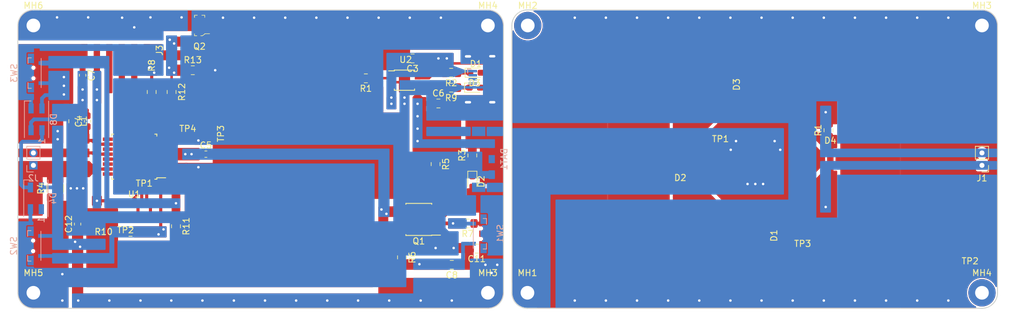
<source format=kicad_pcb>
(kicad_pcb (version 20171130) (host pcbnew 5.0.0)
  (layers (0 F.Cu signal) (31 B.Cu signal) (34 B.Paste user) (35 F.Paste user) (36 B.SilkS user) (37 F.SilkS user) (38 B.Mask user) (39 F.Mask user) (44 Edge.Cuts user))
  (net 0 "")
  (net 1 "Net-(D1-Pad1)")
  (net 2 "Net-(D2-Pad1)")
  (net 3 "Net-(Q2-Pad1)")
  (net 4 "Net-(R1-Pad1)")
  (net 5 +BATT)
  (net 6 VCC)
  (net 7 VBUS)
  (net 8 AVCC)
  (net 9 ADC0)
  (net 10 AREF)
  (net 11 MOSI)
  (net 12 MISO)
  (net 13 SCK)
  (net 14 RESET)
  (net 15 OC1A)
  (net 16 OC1B)
  (net 17 PC2)
  (net 18 PC3)
  (net 19 PC4)
  (net 20 GND)
  (net 21 "Net-(C8-Pad2)")
  (net 22 "Net-(D8-Pad3)")
  (net 23 "Net-(R2-Pad2)")
  (net 24 PC5)
  (net 25 TX)
  (net 26 RX)
  (net 27 "Net-(MH6-Pad1)")
  (net 28 PD3)
  (net 29 "Net-(Q1-Pad2)")
  (net 30 "Net-(Q1-Pad4)")
  (net 31 "Net-(J1-Pad2)")
  (net 32 "Net-(J1-Pad3)")
  (net 33 "Net-(J1-Pad4)")
  (net 34 "Net-(BAT1-Pad2)")
  (net 35 "Net-(U1-Pad11)")
  (net 36 "Net-(U1-Pad12)")
  (net 37 "Net-(U1-Pad19)")
  (net 38 "Net-(U1-Pad22)")
  (net 39 "Net-(U1-Pad24)")
  (net 40 "Net-(U1-Pad32)")
  (net 41 "Net-(D3-Pad1)")
  (net 42 "Net-(R9-Pad2)")
  (net 43 "Net-(D4-Pad3)")
  (net 44 "Net-(D4-Pad1)")
  (net 45 OSC_P)
  (net 46 OSC_N)
  (net 47 "Net-(U1-Pad9)")
  (net 48 PD4)
  (net 49 "Net-(U1-Pad10)")
  (net 50 "Net-(J1-Pad1)")
  (net 51 "Net-(MH2-Pad1)")
  (net 52 "Net-(MH4-Pad1)")
  (net 53 therm)
  (module lt_foots:heart (layer F.Cu) (at 30.9 35.75 90)
    (fp_text reference G*** hide)
    (fp_text value LOGO hide)
  )
  (module lt_foots:white_nano_smd_switch (layer B.Cu) (at 87.1 48.1 90)
    (fp_text reference SW1 (at 0 2.5 90) (layer B.SilkS) (effects (justify mirror)))
    (fp_text value nano_sw)
    (pad "" smd rect (at 2.35 -0.2 270) (size 1.55 1) (layers B.Cu B.Paste B.Mask))
    (pad "" smd rect (at -2.35 -0.2 270) (size 1.55 1) (layers B.Cu B.Paste B.Mask))
    (pad 1 smd rect (at -1.6 -1.925 270) (size 0.6 1) (layers B.Cu B.Paste B.Mask) (net 21 "Net-(C8-Pad2)"))
    (pad 2 smd rect (at 1.625 -1.925 270) (size 0.6 1) (layers B.Cu B.Paste B.Mask) (net 29 "Net-(Q1-Pad2)"))
    (pad "" np_thru_hole circle (at -0.85 -0.6 90) (size 0.3 0.3) (drill 0.3) (layers *.Cu))
    (pad "" np_thru_hole circle (at 0.85 -0.6 90) (size 0.3 0.3) (drill 0.3) (layers *.Cu))
  )
  (module lt_foots:white_nano_smd_switch (layer B.Cu) (at 14 22.25 270)
    (fp_text reference SW3 (at 0 2.5 270) (layer B.SilkS) (effects (justify mirror)))
    (fp_text value SW_DIP_x01)
    (pad "" smd rect (at 2.35 -0.2 90) (size 1.55 1) (layers B.Cu B.Paste B.Mask))
    (pad "" smd rect (at -2.35 -0.2 90) (size 1.55 1) (layers B.Cu B.Paste B.Mask))
    (pad 1 smd rect (at -1.6 -1.925 90) (size 0.6 1) (layers B.Cu B.Paste B.Mask) (net 48 PD4))
    (pad 2 smd rect (at 1.625 -1.925 90) (size 0.6 1) (layers B.Cu B.Paste B.Mask) (net 6 VCC))
    (pad "" np_thru_hole circle (at -0.85 -0.6 270) (size 0.3 0.3) (drill 0.3) (layers *.Cu))
    (pad "" np_thru_hole circle (at 0.85 -0.6 270) (size 0.3 0.3) (drill 0.3) (layers *.Cu))
  )
  (module lt_foots:white_nano_smd_switch (layer B.Cu) (at 13.95 50.05 270)
    (fp_text reference SW2 (at 0 2.5 270) (layer B.SilkS) (effects (justify mirror)))
    (fp_text value SW_DIP_x01)
    (pad "" np_thru_hole circle (at 0.85 -0.6 270) (size 0.3 0.3) (drill 0.3) (layers *.Cu))
    (pad "" np_thru_hole circle (at -0.85 -0.6 270) (size 0.3 0.3) (drill 0.3) (layers *.Cu))
    (pad 2 smd rect (at 1.625 -1.925 90) (size 0.6 1) (layers B.Cu B.Paste B.Mask) (net 28 PD3))
    (pad 1 smd rect (at -1.6 -1.925 90) (size 0.6 1) (layers B.Cu B.Paste B.Mask) (net 6 VCC))
    (pad "" smd rect (at -2.35 -0.2 90) (size 1.55 1) (layers B.Cu B.Paste B.Mask))
    (pad "" smd rect (at 2.35 -0.2 90) (size 1.55 1) (layers B.Cu B.Paste B.Mask))
  )
  (module lt_foots:Conn_USBmicro-B_ebay-side_TH_GROUND (layer B.Cu) (at 87.85 23.25 270)
    (fp_text reference J1)
    (fp_text value USB_B_Micro)
    (pad 5 smd rect (at 1.3 2.675 270) (size 0.4 1.35) (layers B.Cu B.Paste B.Mask) (net 20 GND))
    (pad 4 smd rect (at 0.65 2.675 270) (size 0.4 1.35) (layers B.Cu B.Paste B.Mask) (net 33 "Net-(J1-Pad4)"))
    (pad 3 smd rect (at 0 2.675 270) (size 0.4 1.35) (layers B.Cu B.Paste B.Mask) (net 32 "Net-(J1-Pad3)"))
    (pad 2 smd rect (at -0.65 2.675 270) (size 0.4 1.35) (layers B.Cu B.Paste B.Mask) (net 31 "Net-(J1-Pad2)"))
    (pad 1 smd rect (at -1.3 2.675 270) (size 0.4 1.35) (layers B.Cu B.Paste B.Mask) (net 7 VBUS))
    (pad 6 thru_hole oval (at 3.7 -0.45 270) (size 1 1.8) (drill oval 0.4 1) (layers *.Cu *.Mask B.Paste) (net 20 GND))
    (pad 5 smd rect (at 0 0 270) (size 2 2) (layers B.Cu B.Paste B.Mask) (net 20 GND))
    (pad 6 thru_hole oval (at -3.7 -0.45 270) (size 1 1.8) (drill oval 0.4 1) (layers *.Cu *.Mask B.Paste) (net 20 GND))
    (pad 6 thru_hole oval (at 3.7 3.45 270) (size 1 1.8) (drill oval 0.4 1) (layers *.Cu *.Mask B.Paste) (net 20 GND))
    (pad 6 thru_hole oval (at -3.675 3.45 270) (size 1 1.8) (drill oval 0.4 1) (layers *.Cu *.Mask B.Paste) (net 20 GND))
  )
  (module lt_foots:cc-by-sa (layer F.Cu) (at 36 51.6)
    (fp_text reference G*** hide)
    (fp_text value LOGO hide)
  )
  (module lt_foots:1_pad_smd (layer F.Cu) (at 39.4 29)
    (fp_text reference TP4 (at 0 2.2) (layer F.SilkS))
    (fp_text value TestPoint)
    (pad 1 smd rect (at 0 0) (size 1 1) (layers F.Cu F.Paste F.Mask) (net 20 GND))
  )
  (module LED_SMD:LED_0603_1608Metric_Pad1.05x0.95mm_HandSolder (layer F.Cu) (at 85.1 39.7 270)
    (fp_text reference D2 (at 0 -1.43 270) (layer F.SilkS))
    (fp_text value LED_PINK)
    (pad 1 smd roundrect (at -0.875 0 270) (size 1.05 0.95) (layers F.Cu F.Paste F.Mask) (net 2 "Net-(D2-Pad1)"))
    (pad 2 smd roundrect (at 0.875 0 270) (size 1.05 0.95) (layers F.Cu F.Paste F.Mask) (net 6 VCC))
  )
  (module Capacitor_SMD:C_0603_1608Metric_Pad1.05x0.95mm_HandSolder (layer F.Cu) (at 23.3 30 90)
    (fp_text reference C4 (at 0 -1.43 90) (layer F.SilkS))
    (fp_text value 100nF)
    (pad 2 smd roundrect (at 0.875 0 90) (size 1.05 0.95) (layers F.Cu F.Paste F.Mask) (net 20 GND))
    (pad 1 smd roundrect (at -0.875 0 90) (size 1.05 0.95) (layers F.Cu F.Paste F.Mask) (net 8 AVCC))
  )
  (module Capacitor_SMD:C_0603_1608Metric_Pad1.05x0.95mm_HandSolder (layer F.Cu) (at 42.3 35.3)
    (fp_text reference C5 (at 0 -1.43) (layer F.SilkS))
    (fp_text value 100nF)
    (pad 1 smd roundrect (at -0.875 0) (size 1.05 0.95) (layers F.Cu F.Paste F.Mask) (net 6 VCC))
    (pad 2 smd roundrect (at 0.875 0) (size 1.05 0.95) (layers F.Cu F.Paste F.Mask) (net 20 GND))
  )
  (module Capacitor_SMD:C_0603_1608Metric_Pad1.05x0.95mm_HandSolder (layer F.Cu) (at 22.5 22.6 270)
    (fp_text reference C7 (at 0 -1.43 270) (layer F.SilkS))
    (fp_text value 100nF)
    (pad 2 smd roundrect (at 0.875 0 270) (size 1.05 0.95) (layers F.Cu F.Paste F.Mask) (net 20 GND))
    (pad 1 smd roundrect (at -0.875 0 270) (size 1.05 0.95) (layers F.Cu F.Paste F.Mask) (net 6 VCC))
  )
  (module Capacitor_SMD:C_0603_1608Metric_Pad1.05x0.95mm_HandSolder (layer F.Cu) (at 21.7 46.55 90)
    (fp_text reference C12 (at 0 -1.43 90) (layer F.SilkS))
    (fp_text value 100nF)
    (pad 1 smd roundrect (at -0.875 0 90) (size 1.05 0.95) (layers F.Cu F.Paste F.Mask) (net 6 VCC))
    (pad 2 smd roundrect (at 0.875 0 90) (size 1.05 0.95) (layers F.Cu F.Paste F.Mask) (net 20 GND))
  )
  (module Resistor_SMD:R_0805_2012Metric_Pad1.15x1.40mm_HandSolder (layer F.Cu) (at 40.2 21.8)
    (fp_text reference R13 (at 0 -1.65) (layer F.SilkS))
    (fp_text value 1MΩ)
    (pad 1 smd roundrect (at -1.025 0) (size 1.15 1.4) (layers F.Cu F.Paste F.Mask) (roundrect_rratio 0.217391) (net 3 "Net-(Q2-Pad1)"))
    (pad 2 smd roundrect (at 1.025 0) (size 1.15 1.4) (layers F.Cu F.Paste F.Mask) (roundrect_rratio 0.217391) (net 20 GND))
  )
  (module Resistor_SMD:R_1210_3225Metric_Pad1.42x2.65mm_HandSolder (layer F.Cu) (at 18.1 40.8 90)
    (fp_text reference R4 (at 0 -2.28 90) (layer F.SilkS))
    (fp_text value 15kΩ)
    (pad 1 smd roundrect (at -1.4875 0 90) (size 1.425 2.65) (layers F.Cu F.Paste F.Mask) (roundrect_rratio 0.175439) (net 20 GND))
    (pad 2 smd roundrect (at 1.4875 0 90) (size 1.425 2.65) (layers F.Cu F.Paste F.Mask) (roundrect_rratio 0.175439) (net 9 ADC0))
  )
  (module lt_foots:Conn_01x06_SMD_2mm (layer F.Cu) (at 32.8 18.6 270)
    (fp_text reference J3 (at 0 -2.06 270) (layer F.SilkS))
    (fp_text value ISP_CONN)
    (pad 1 smd rect (at 0 0 270) (size 2 1) (layers F.Cu F.Paste F.Mask) (net 20 GND) (thermal_gap 0.508))
    (pad 2 smd rect (at 0 2 270) (size 2 1) (layers F.Cu F.Paste F.Mask) (net 11 MOSI))
    (pad 3 smd rect (at 0 4 270) (size 2 1) (layers F.Cu F.Paste F.Mask) (net 12 MISO))
    (pad 4 smd rect (at 0 6 270) (size 2 1) (layers F.Cu F.Paste F.Mask) (net 13 SCK))
    (pad 5 smd rect (at 0 8 270) (size 2 1) (layers F.Cu F.Paste F.Mask) (net 14 RESET))
    (pad 6 smd rect (at 0 10 270) (size 2 1) (layers F.Cu F.Paste F.Mask) (net 6 VCC) (thermal_gap 0.508))
  )
  (module lt_foots:2_pad_smd_bat_conn (layer F.Cu) (at 39.4 32 90)
    (fp_text reference TP3 (at 0 5.3 90) (layer F.SilkS))
    (fp_text value OSC)
    (pad 1 smd rect (at -1 0 90) (size 1 1) (layers F.Cu F.Paste F.Mask) (net 46 OSC_N))
    (pad 2 smd rect (at 1 0 90) (size 1 1) (layers F.Cu F.Paste F.Mask) (net 45 OSC_P))
  )
  (module Resistor_SMD:R_0805_2012Metric_Pad1.15x1.40mm_HandSolder (layer F.Cu) (at 36.8 25.3 270)
    (fp_text reference R12 (at 0 -1.65 270) (layer F.SilkS))
    (fp_text value 1kΩ)
    (pad 1 smd roundrect (at -1.025 0 270) (size 1.15 1.4) (layers F.Cu F.Paste F.Mask) (roundrect_rratio 0.217391) (net 3 "Net-(Q2-Pad1)"))
    (pad 2 smd roundrect (at 1.025 0 270) (size 1.15 1.4) (layers F.Cu F.Paste F.Mask) (roundrect_rratio 0.217391) (net 15 OC1A))
  )
  (module lt_foots:1_pad_smd (layer F.Cu) (at 29.4 45.3)
    (fp_text reference TP2 (at 0 2.2) (layer F.SilkS))
    (fp_text value TestPoint)
    (pad 1 smd rect (at 0 0) (size 1 1) (layers F.Cu F.Paste F.Mask) (net 20 GND))
  )
  (module LED_SMD:LED_0603_1608Metric_Pad1.05x0.95mm_HandSolder (layer F.Cu) (at 85.5 24.6)
    (fp_text reference D3 (at -0.020001 -0.745001) (layer F.SilkS))
    (fp_text value LED_GREEN)
    (pad 1 smd roundrect (at -0.875 0) (size 1.05 0.95) (layers F.Cu F.Paste F.Mask) (net 41 "Net-(D3-Pad1)"))
    (pad 2 smd roundrect (at 0.875 0) (size 1.05 0.95) (layers F.Cu F.Paste F.Mask) (net 7 VBUS))
  )
  (module Resistor_SMD:R_0805_2012Metric_Pad1.15x1.40mm_HandSolder (layer F.Cu) (at 81.7 24.6 180)
    (fp_text reference R9 (at 0 -1.65 180) (layer F.SilkS))
    (fp_text value 1kΩ)
    (pad 1 smd roundrect (at -1.025 0 180) (size 1.15 1.4) (layers F.Cu F.Paste F.Mask) (roundrect_rratio 0.217391) (net 41 "Net-(D3-Pad1)"))
    (pad 2 smd roundrect (at 1.025 0 180) (size 1.15 1.4) (layers F.Cu F.Paste F.Mask) (roundrect_rratio 0.217391) (net 42 "Net-(R9-Pad2)"))
  )
  (module Connector_PinHeader_2.00mm:PinHeader_1x02_P2.00mm_Vertical (layer B.Cu) (at 14.6 37.1)
    (fp_text reference J2 (at 0 2.06) (layer B.SilkS) (effects (justify mirror)))
    (fp_text value TEMP_SENSOR)
    (pad 1 thru_hole rect (at 0 0) (size 1.35 1.35) (drill 0.8) (layers *.Cu *.Mask) (net 9 ADC0))
    (pad 2 thru_hole oval (at 0 -2) (size 1.35 1.35) (drill 0.8) (layers *.Cu *.Mask) (net 10 AREF))
  )
  (module Inductor_SMD:L_0805_2012Metric_Pad1.15x1.40mm_HandSolder (layer F.Cu) (at 21 30 270)
    (fp_text reference L1 (at 0 -1.65 270) (layer F.SilkS))
    (fp_text value 10µH)
    (pad 1 smd roundrect (at -1.025 0 270) (size 1.15 1.4) (layers F.Cu F.Paste F.Mask) (roundrect_rratio 0.217391) (net 6 VCC))
    (pad 2 smd roundrect (at 1.025 0 270) (size 1.15 1.4) (layers F.Cu F.Paste F.Mask) (roundrect_rratio 0.217391) (net 8 AVCC))
  )
  (module Package_SO:SOIC-8_3.9x4.9mm_P1.27mm (layer F.Cu) (at 76.5 45.8 180)
    (fp_text reference Q1 (at 0 -3.5 180) (layer F.SilkS))
    (fp_text value IRF7343PBF)
    (pad 1 smd rect (at -2.7 -1.905 180) (size 1.55 0.6) (layers F.Cu F.Paste F.Mask) (net 20 GND))
    (pad 2 smd rect (at -2.7 -0.635 180) (size 1.55 0.6) (layers F.Cu F.Paste F.Mask) (net 29 "Net-(Q1-Pad2)"))
    (pad 3 smd rect (at -2.7 0.635 180) (size 1.55 0.6) (layers F.Cu F.Paste F.Mask) (net 5 +BATT))
    (pad 4 smd rect (at -2.7 1.905 180) (size 1.55 0.6) (layers F.Cu F.Paste F.Mask) (net 30 "Net-(Q1-Pad4)"))
    (pad 5 smd rect (at 2.7 1.905 180) (size 1.55 0.6) (layers F.Cu F.Paste F.Mask) (net 6 VCC))
    (pad 6 smd rect (at 2.7 0.635 180) (size 1.55 0.6) (layers F.Cu F.Paste F.Mask) (net 6 VCC))
    (pad 7 smd rect (at 2.7 -0.635 180) (size 1.55 0.6) (layers F.Cu F.Paste F.Mask) (net 30 "Net-(Q1-Pad4)"))
    (pad 8 smd rect (at 2.7 -1.905 180) (size 1.55 0.6) (layers F.Cu F.Paste F.Mask) (net 30 "Net-(Q1-Pad4)"))
  )
  (module Resistor_SMD:R_0805_2012Metric_Pad1.15x1.40mm_HandSolder (layer F.Cu) (at 68 23.1 180)
    (fp_text reference R1 (at 0 -1.65 180) (layer F.SilkS))
    (fp_text value 1.2kΩ)
    (pad 1 smd roundrect (at -1.025 0 180) (size 1.15 1.4) (layers F.Cu F.Paste F.Mask) (roundrect_rratio 0.217391) (net 4 "Net-(R1-Pad1)"))
    (pad 2 smd roundrect (at 1.025 0 180) (size 1.15 1.4) (layers F.Cu F.Paste F.Mask) (roundrect_rratio 0.217) (net 20 GND) (thermal_gap 0.508))
  )
  (module Package_QFP:TQFP-32_7x7mm_P0.8mm (layer F.Cu) (at 30.8 35.7 180)
    (fp_text reference U1 (at 0 -6.05 180) (layer F.SilkS))
    (fp_text value ATmega88-20AU)
    (pad 1 smd rect (at -4.25 -2.8 180) (size 1.6 0.55) (layers F.Cu F.Paste F.Mask) (net 28 PD3))
    (pad 2 smd rect (at -4.25 -2 180) (size 1.6 0.55) (layers F.Cu F.Paste F.Mask) (net 48 PD4))
    (pad 3 smd rect (at -4.25 -1.2 180) (size 1.6 0.55) (layers F.Cu F.Paste F.Mask) (net 20 GND))
    (pad 4 smd rect (at -4.25 -0.4 180) (size 1.6 0.55) (layers F.Cu F.Paste F.Mask) (net 6 VCC))
    (pad 5 smd rect (at -4.25 0.4 180) (size 1.6 0.55) (layers F.Cu F.Paste F.Mask) (net 20 GND))
    (pad 6 smd rect (at -4.25 1.2 180) (size 1.6 0.55) (layers F.Cu F.Paste F.Mask) (net 6 VCC))
    (pad 7 smd rect (at -4.25 2 180) (size 1.6 0.55) (layers F.Cu F.Paste F.Mask) (net 46 OSC_N))
    (pad 8 smd rect (at -4.25 2.8 180) (size 1.6 0.55) (layers F.Cu F.Paste F.Mask) (net 45 OSC_P))
    (pad 9 smd rect (at -2.8 4.25 270) (size 1.6 0.55) (layers F.Cu F.Paste F.Mask) (net 47 "Net-(U1-Pad9)"))
    (pad 10 smd rect (at -2 4.25 270) (size 1.6 0.55) (layers F.Cu F.Paste F.Mask) (net 49 "Net-(U1-Pad10)"))
    (pad 11 smd rect (at -1.2 4.25 270) (size 1.6 0.55) (layers F.Cu F.Paste F.Mask) (net 35 "Net-(U1-Pad11)"))
    (pad 12 smd rect (at -0.4 4.25 270) (size 1.6 0.55) (layers F.Cu F.Paste F.Mask) (net 36 "Net-(U1-Pad12)"))
    (pad 13 smd rect (at 0.4 4.25 270) (size 1.6 0.55) (layers F.Cu F.Paste F.Mask) (net 15 OC1A))
    (pad 14 smd rect (at 1.2 4.25 270) (size 1.6 0.55) (layers F.Cu F.Paste F.Mask) (net 16 OC1B))
    (pad 15 smd rect (at 2 4.25 270) (size 1.6 0.55) (layers F.Cu F.Paste F.Mask) (net 11 MOSI))
    (pad 16 smd rect (at 2.8 4.25 270) (size 1.6 0.55) (layers F.Cu F.Paste F.Mask) (net 12 MISO))
    (pad 17 smd rect (at 4.25 2.8 180) (size 1.6 0.55) (layers F.Cu F.Paste F.Mask) (net 13 SCK))
    (pad 18 smd rect (at 4.25 2 180) (size 1.6 0.55) (layers F.Cu F.Paste F.Mask) (net 8 AVCC))
    (pad 19 smd rect (at 4.25 1.2 180) (size 1.6 0.55) (layers F.Cu F.Paste F.Mask) (net 37 "Net-(U1-Pad19)"))
    (pad 20 smd rect (at 4.25 0.4 180) (size 1.6 0.55) (layers F.Cu F.Paste F.Mask) (net 10 AREF))
    (pad 21 smd rect (at 4.25 -0.4 180) (size 1.6 0.55) (layers F.Cu F.Paste F.Mask) (net 20 GND))
    (pad 22 smd rect (at 4.25 -1.2 180) (size 1.6 0.55) (layers F.Cu F.Paste F.Mask) (net 38 "Net-(U1-Pad22)"))
    (pad 23 smd rect (at 4.25 -2 180) (size 1.6 0.55) (layers F.Cu F.Paste F.Mask) (net 9 ADC0))
    (pad 24 smd rect (at 4.25 -2.8 180) (size 1.6 0.55) (layers F.Cu F.Paste F.Mask) (net 39 "Net-(U1-Pad24)"))
    (pad 25 smd rect (at 2.8 -4.25 270) (size 1.6 0.55) (layers F.Cu F.Paste F.Mask) (net 17 PC2))
    (pad 26 smd rect (at 2 -4.25 270) (size 1.6 0.55) (layers F.Cu F.Paste F.Mask) (net 18 PC3))
    (pad 27 smd rect (at 1.2 -4.25 270) (size 1.6 0.55) (layers F.Cu F.Paste F.Mask) (net 19 PC4))
    (pad 28 smd rect (at 0.4 -4.25 270) (size 1.6 0.55) (layers F.Cu F.Paste F.Mask) (net 24 PC5))
    (pad 29 smd rect (at -0.4 -4.25 270) (size 1.6 0.55) (layers F.Cu F.Paste F.Mask) (net 14 RESET))
    (pad 30 smd rect (at -1.2 -4.25 270) (size 1.6 0.55) (layers F.Cu F.Paste F.Mask) (net 26 RX))
    (pad 31 smd rect (at -2 -4.25 270) (size 1.6 0.55) (layers F.Cu F.Paste F.Mask) (net 25 TX))
    (pad 32 smd rect (at -2.8 -4.25 270) (size 1.6 0.55) (layers F.Cu F.Paste F.Mask) (net 40 "Net-(U1-Pad32)"))
  )
  (module Package_SO:MSOP-8-1EP_3x3mm_P0.65mm_EP1.68x1.88mm (layer F.Cu) (at 74.2 23.4)
    (fp_text reference U2 (at 0.2 -3.3) (layer F.SilkS))
    (fp_text value DIO5158)
    (pad 1 smd rect (at -2.105 -0.975) (size 0.89 0.42) (layers F.Cu F.Paste F.Mask) (net 20 GND))
    (pad 2 smd rect (at -2.105 -0.325) (size 0.89 0.42) (layers F.Cu F.Paste F.Mask) (net 4 "Net-(R1-Pad1)"))
    (pad 3 smd rect (at -2.105 0.325) (size 0.89 0.42) (layers F.Cu F.Paste F.Mask) (net 20 GND))
    (pad 4 smd rect (at -2.105 0.975) (size 0.89 0.42) (layers F.Cu F.Paste F.Mask) (net 7 VBUS))
    (pad 5 smd rect (at 2.105 0.975) (size 0.89 0.42) (layers F.Cu F.Paste F.Mask) (net 5 +BATT))
    (pad 6 smd rect (at 2.105 0.325) (size 0.89 0.42) (layers F.Cu F.Paste F.Mask) (net 42 "Net-(R9-Pad2)"))
    (pad 7 smd rect (at 2.105 -0.325) (size 0.89 0.42) (layers F.Cu F.Paste F.Mask) (net 23 "Net-(R2-Pad2)"))
    (pad 8 smd rect (at 2.105 -0.975) (size 0.89 0.42) (layers F.Cu F.Paste F.Mask) (net 7 VBUS))
    (pad 9 smd rect (at 0 0) (size 1.68 1.88) (layers F.Cu F.Mask) (net 20 GND))
  )
  (module Capacitor_SMD:C_0805_2012Metric_Pad1.15x1.40mm_HandSolder (layer F.Cu) (at 75.5 19.9 180)
    (fp_text reference C3 (at 0 -1.65 180) (layer F.SilkS))
    (fp_text value 10µF)
    (pad 1 smd roundrect (at -1.025 0 180) (size 1.15 1.4) (layers F.Cu F.Paste F.Mask) (roundrect_rratio 0.217391) (net 7 VBUS))
    (pad 2 smd roundrect (at 1.025 0 180) (size 1.15 1.4) (layers F.Cu F.Paste F.Mask) (roundrect_rratio 0.217) (net 20 GND) (thermal_gap 0.508))
  )
  (module Capacitor_SMD:C_0805_2012Metric_Pad1.15x1.40mm_HandSolder (layer F.Cu) (at 79.65 27.15)
    (fp_text reference C6 (at 0 -1.65) (layer F.SilkS))
    (fp_text value 10µF)
    (pad 1 smd roundrect (at -1.025 0) (size 1.15 1.4) (layers F.Cu F.Paste F.Mask) (roundrect_rratio 0.217391) (net 5 +BATT))
    (pad 2 smd roundrect (at 1.025 0) (size 1.15 1.4) (layers F.Cu F.Paste F.Mask) (roundrect_rratio 0.217391) (net 20 GND))
  )
  (module Capacitor_SMD:C_0805_2012Metric_Pad1.15x1.40mm_HandSolder (layer F.Cu) (at 81.8 53.1 180)
    (fp_text reference C8 (at 0 -1.65 180) (layer F.SilkS))
    (fp_text value 1µF)
    (pad 1 smd roundrect (at -1.025 0 180) (size 1.15 1.4) (layers F.Cu F.Paste F.Mask) (roundrect_rratio 0.217391) (net 20 GND))
    (pad 2 smd roundrect (at 1.025 0 180) (size 1.15 1.4) (layers F.Cu F.Paste F.Mask) (roundrect_rratio 0.217391) (net 21 "Net-(C8-Pad2)"))
  )
  (module Capacitor_SMD:C_0805_2012Metric_Pad1.15x1.40mm_HandSolder (layer F.Cu) (at 85.8 50.5 180)
    (fp_text reference C11 (at 0 -1.65 180) (layer F.SilkS))
    (fp_text value 10µF)
    (pad 1 smd roundrect (at -1.025 0 180) (size 1.15 1.4) (layers F.Cu F.Paste F.Mask) (roundrect_rratio 0.217391) (net 6 VCC))
    (pad 2 smd roundrect (at 1.025 0 180) (size 1.15 1.4) (layers F.Cu F.Paste F.Mask) (roundrect_rratio 0.217391) (net 20 GND))
  )
  (module MountingHole:MountingHole_2.2mm_M2_Pad (layer F.Cu) (at 87.6 57.6)
    (fp_text reference MH3 (at 0 -3.2) (layer F.SilkS))
    (fp_text value VCC)
    (pad 1 thru_hole circle (at 0 0) (size 4.4 4.4) (drill 2.2) (layers *.Cu *.Mask) (net 6 VCC))
  )
  (module MountingHole:MountingHole_2.2mm_M2_Pad (layer F.Cu) (at 87.6 14.6)
    (fp_text reference MH4 (at 0 -3.2) (layer F.SilkS))
    (fp_text value GND)
    (pad 1 thru_hole circle (at 0 0) (size 4.4 4.4) (drill 2.2) (layers *.Cu *.Mask) (net 20 GND))
  )
  (module MountingHole:MountingHole_2.2mm_M2_Pad (layer F.Cu) (at 14.6 14.6)
    (fp_text reference MH6 (at 0 -3.2) (layer F.SilkS))
    (fp_text value OC1A)
    (pad 1 thru_hole circle (at 0 0) (size 4.4 4.4) (drill 2.2) (layers *.Cu *.Mask) (net 27 "Net-(MH6-Pad1)"))
  )
  (module Resistor_SMD:R_0805_2012Metric_Pad1.15x1.40mm_HandSolder (layer F.Cu) (at 81.7 22.2 180)
    (fp_text reference R2 (at 0 -1.65 180) (layer F.SilkS))
    (fp_text value 1kΩ)
    (pad 1 smd roundrect (at -1.025 0 180) (size 1.15 1.4) (layers F.Cu F.Paste F.Mask) (roundrect_rratio 0.217391) (net 1 "Net-(D1-Pad1)"))
    (pad 2 smd roundrect (at 1.025 0 180) (size 1.15 1.4) (layers F.Cu F.Paste F.Mask) (roundrect_rratio 0.217391) (net 23 "Net-(R2-Pad2)"))
  )
  (module Resistor_SMD:R_0805_2012Metric_Pad1.15x1.40mm_HandSolder (layer F.Cu) (at 85.1 35.5 90)
    (fp_text reference R3 (at 0 -1.65 90) (layer F.SilkS))
    (fp_text value 1kΩ)
    (pad 1 smd roundrect (at -1.025 0 90) (size 1.15 1.4) (layers F.Cu F.Paste F.Mask) (roundrect_rratio 0.217391) (net 2 "Net-(D2-Pad1)"))
    (pad 2 smd roundrect (at 1.025 0 90) (size 1.15 1.4) (layers F.Cu F.Paste F.Mask) (roundrect_rratio 0.217391) (net 20 GND))
  )
  (module Resistor_SMD:R_0805_2012Metric_Pad1.15x1.40mm_HandSolder (layer F.Cu) (at 79.2 36.9 270)
    (fp_text reference R5 (at 0 -1.65 270) (layer F.SilkS))
    (fp_text value 10kΩ)
    (pad 2 smd roundrect (at 1.025 0 270) (size 1.15 1.4) (layers F.Cu F.Paste F.Mask) (roundrect_rratio 0.217391) (net 30 "Net-(Q1-Pad4)"))
    (pad 1 smd roundrect (at -1.025 0 270) (size 1.15 1.4) (layers F.Cu F.Paste F.Mask) (roundrect_rratio 0.217391) (net 5 +BATT))
  )
  (module Resistor_SMD:R_0805_2012Metric_Pad1.15x1.40mm_HandSolder (layer F.Cu) (at 73.8 51.9 270)
    (fp_text reference R6 (at 0 -1.65 270) (layer F.SilkS))
    (fp_text value 100kΩ)
    (pad 1 smd roundrect (at -1.025 0 270) (size 1.15 1.4) (layers F.Cu F.Paste F.Mask) (roundrect_rratio 0.217391) (net 30 "Net-(Q1-Pad4)"))
    (pad 2 smd roundrect (at 1.025 0 270) (size 1.15 1.4) (layers F.Cu F.Paste F.Mask) (roundrect_rratio 0.217391) (net 21 "Net-(C8-Pad2)"))
  )
  (module Resistor_SMD:R_0805_2012Metric_Pad1.15x1.40mm_HandSolder (layer F.Cu) (at 84.35 46.45 180)
    (fp_text reference R7 (at 0 -1.65 180) (layer F.SilkS))
    (fp_text value 10kΩ)
    (pad 2 smd roundrect (at 1.025 0 180) (size 1.15 1.4) (layers F.Cu F.Paste F.Mask) (roundrect_rratio 0.217391) (net 29 "Net-(Q1-Pad2)"))
    (pad 1 smd roundrect (at -1.025 0 180) (size 1.15 1.4) (layers F.Cu F.Paste F.Mask) (roundrect_rratio 0.217391) (net 6 VCC))
  )
  (module Resistor_SMD:R_0805_2012Metric_Pad1.15x1.40mm_HandSolder (layer F.Cu) (at 33.6 25.3 90)
    (fp_text reference R8 (at 4.262 0.008 90) (layer F.SilkS))
    (fp_text value 1kΩ)
    (pad 1 smd roundrect (at -1.025 0 90) (size 1.15 1.4) (layers F.Cu F.Paste F.Mask) (roundrect_rratio 0.217391) (net 16 OC1B))
    (pad 2 smd roundrect (at 1.025 0 90) (size 1.15 1.4) (layers F.Cu F.Paste F.Mask) (roundrect_rratio 0.217391) (net 22 "Net-(D8-Pad3)"))
  )
  (module Resistor_SMD:R_0805_2012Metric_Pad1.15x1.40mm_HandSolder (layer F.Cu) (at 30.2 47.8 180)
    (fp_text reference R10 (at 4.312 0.018 180) (layer F.SilkS))
    (fp_text value 10kΩ)
    (pad 2 smd roundrect (at 1.025 0 180) (size 1.15 1.4) (layers F.Cu F.Paste F.Mask) (roundrect_rratio 0.217391) (net 20 GND))
    (pad 1 smd roundrect (at -1.025 0 180) (size 1.15 1.4) (layers F.Cu F.Paste F.Mask) (roundrect_rratio 0.217391) (net 28 PD3))
  )
  (module Resistor_SMD:R_0805_2012Metric_Pad1.15x1.40mm_HandSolder (layer F.Cu) (at 37.5 46.9 270)
    (fp_text reference R11 (at 0 -1.65 270) (layer F.SilkS))
    (fp_text value 10kΩ)
    (pad 1 smd roundrect (at -1.025 0 270) (size 1.15 1.4) (layers F.Cu F.Paste F.Mask) (roundrect_rratio 0.217391) (net 48 PD4))
    (pad 2 smd roundrect (at 1.025 0 270) (size 1.15 1.4) (layers F.Cu F.Paste F.Mask) (roundrect_rratio 0.217391) (net 20 GND))
  )
  (module LED_SMD:LED_0603_1608Metric_Pad1.05x0.95mm_HandSolder (layer F.Cu) (at 85.6 22.2)
    (fp_text reference D1 (at 0.075 -1.43) (layer F.SilkS))
    (fp_text value LED_RED)
    (pad 2 smd roundrect (at 0.875 0) (size 1.05 0.95) (layers F.Cu F.Paste F.Mask) (net 7 VBUS))
    (pad 1 smd roundrect (at -0.875 0) (size 1.05 0.95) (layers F.Cu F.Paste F.Mask) (net 1 "Net-(D1-Pad1)"))
  )
  (module LED_SMD:LED_SK6812MINI_PLCC4_3.5x3.5mm_P1.75mm (layer B.Cu) (at 15.1 29.7 90)
    (fp_text reference D8 (at 0 2.75 90) (layer B.SilkS) (effects (justify mirror)))
    (fp_text value SK6812MINI)
    (fp_text user 1 (at -3.5 0.875 90) (layer B.SilkS) (effects (justify mirror)))
    (pad 3 smd rect (at 1.75 -0.875 90) (size 1.6 0.85) (layers B.Cu B.Paste B.Mask) (net 22 "Net-(D8-Pad3)"))
    (pad 4 smd rect (at 1.75 0.875 90) (size 1.6 0.85) (layers B.Cu B.Paste B.Mask) (net 6 VCC))
    (pad 2 smd rect (at -1.75 -0.875 90) (size 1.6 0.85) (layers B.Cu B.Paste B.Mask) (net 20 GND))
    (pad 1 smd rect (at -1.75 0.875 90) (size 1.6 0.85) (layers B.Cu B.Paste B.Mask) (net 43 "Net-(D4-Pad3)"))
  )
  (module lt_foots:CONN_AVX_RT_ANGLE_3pin_2.5mm_pitch (layer B.Cu) (at 86.1 36.1 270)
    (fp_text reference BAT1 (at 0 -4.1 270) (layer B.SilkS) (effects (justify mirror)))
    (fp_text value LIPO_W_NTC)
    (pad "" smd rect (at -4.461931 -0.017919 90) (size 1.5 2.15) (layers B.Cu B.Paste B.Mask))
    (pad 3 smd rect (at 2.5 -2.117919 90) (size 1.4 1) (layers B.Cu B.Paste B.Mask) (net 20 GND))
    (pad "" smd rect (at 4.538069 -0.017919 90) (size 1.5 2.15) (layers B.Cu B.Paste B.Mask))
    (pad 2 smd rect (at 0 -2.117919 90) (size 1.3 1) (layers B.Cu B.Paste B.Mask) (net 34 "Net-(BAT1-Pad2)"))
    (pad 1 smd rect (at -2.5 -2.117919 90) (size 1.4 1) (layers B.Cu B.Paste B.Mask) (net 5 +BATT))
  )
  (module MountingHole:MountingHole_2.2mm_M2_Pad (layer F.Cu) (at 14.6 57.6)
    (fp_text reference MH5 (at 0 -3.2) (layer F.SilkS))
    (fp_text value GND)
    (pad 1 thru_hole circle (at 0 0) (size 4.4 4.4) (drill 2.2) (layers *.Cu *.Mask) (net 20 GND))
  )
  (module lt_foots:2_pad_smd_bat_conn (layer F.Cu) (at 32.4 45.3 180)
    (fp_text reference TP1 (at 0 5.3 180) (layer F.SilkS))
    (fp_text value COM)
    (pad 1 smd rect (at -1 0 180) (size 1 1) (layers F.Cu F.Paste F.Mask) (net 25 TX))
    (pad 2 smd rect (at 1 0 180) (size 1 1) (layers F.Cu F.Paste F.Mask) (net 26 RX))
  )
  (module digikey-footprints:SOT-23-3 (layer F.Cu) (at 41.3 14.6 180)
    (fp_text reference Q2 (at 0.025 -3.375 180) (layer F.SilkS))
    (fp_text value IRLML6344TRPBF)
    (pad 3 smd rect (at 1.05 0 180) (size 1.3 0.6) (layers F.Cu F.Paste F.Mask) (net 27 "Net-(MH6-Pad1)"))
    (pad 2 smd rect (at -1.05 0.95 180) (size 1.3 0.6) (layers F.Cu F.Paste F.Mask) (net 20 GND))
    (pad 1 smd rect (at -1.05 -0.95 180) (size 1.3 0.6) (layers F.Cu F.Paste F.Mask) (net 3 "Net-(Q2-Pad1)"))
  )
  (module LED_SMD:LED_SK6812MINI_PLCC4_3.5x3.5mm_P1.75mm (layer B.Cu) (at 15 42.4 90)
    (fp_text reference D4 (at 0 2.75 90) (layer B.SilkS) (effects (justify mirror)))
    (fp_text value SK6812MINI)
    (fp_text user 1 (at -3.5 0.875 90) (layer B.SilkS) (effects (justify mirror)))
    (pad 3 smd rect (at 1.75 -0.875 90) (size 1.6 0.85) (layers B.Cu B.Paste B.Mask) (net 43 "Net-(D4-Pad3)"))
    (pad 4 smd rect (at 1.75 0.875 90) (size 1.6 0.85) (layers B.Cu B.Paste B.Mask) (net 6 VCC))
    (pad 2 smd rect (at -1.75 -0.875 90) (size 1.6 0.85) (layers B.Cu B.Paste B.Mask) (net 20 GND))
    (pad 1 smd rect (at -1.75 0.875 90) (size 1.6 0.85) (layers B.Cu B.Paste B.Mask) (net 44 "Net-(D4-Pad1)"))
  )
  (module lt_foots:aum (layer F.Cu) (at 56.1 29 90)
    (fp_text reference G*** hide)
    (fp_text value LOGO hide)
  )
  (module lt_foots:FL-REV_15 (layer F.Cu) (at 35.9 54.75)
    (fp_text reference G*** hide)
    (fp_text value LOGO hide)
  )
  (module lt_foots:onoff_sign (layer F.Cu) (at 87.75 43.05 90)
    (fp_text reference G*** hide)
    (fp_text value LOGO hide)
  )
  (module lt_foots:om_mantra (layer F.Cu) (at 159.1 36.1 270)
    (fp_text reference G*** hide)
    (fp_text value LOGO hide)
  )
  (module lt_foots:1_pad_smd (layer F.Cu) (at 138.15 47.5)
    (fp_text reference TP3 (at 0 2.2) (layer F.SilkS))
    (fp_text value THERM)
    (pad 1 smd rect (at 0 0) (size 1 1) (layers F.Cu F.Paste F.Mask) (net 53 therm))
  )
  (module Connector_PinHeader_2.00mm:PinHeader_1x02_P2.00mm_Vertical (layer F.Cu) (at 166.95 37.1 180)
    (fp_text reference J1 (at 0 -2.06 180) (layer F.SilkS))
    (fp_text value Conn_01x02_Male)
    (pad 1 thru_hole rect (at 0 0 180) (size 1.35 1.35) (drill 0.8) (layers *.Cu *.Mask) (net 50 "Net-(J1-Pad1)") (clearance 0.3))
    (pad 2 thru_hole oval (at 0 2 180) (size 1.35 1.35) (drill 0.8) (layers *.Cu *.Mask) (net 31 "Net-(J1-Pad2)") (clearance 0.3))
  )
  (module MountingHole:MountingHole_2.2mm_M2_Pad (layer F.Cu) (at 93.95 57.6)
    (fp_text reference MH1 (at 0 -3.2) (layer F.SilkS))
    (fp_text value VCC)
    (pad 1 thru_hole circle (at 0 0) (size 4.4 4.4) (drill 2.2) (layers *.Cu *.Mask) (net 6 VCC) (clearance 0.508))
  )
  (module MountingHole:MountingHole_2.2mm_M2_Pad (layer F.Cu) (at 94 14.6)
    (fp_text reference MH2 (at 0 -3.2) (layer F.SilkS))
    (fp_text value GND)
    (pad 1 thru_hole circle (at 0 0) (size 4.4 4.4) (drill 2.2) (layers *.Cu *.Mask) (net 51 "Net-(MH2-Pad1)"))
  )
  (module MountingHole:MountingHole_2.2mm_M2_Pad (layer F.Cu) (at 166.95 14.6)
    (fp_text reference MH3 (at 0 -3.2) (layer F.SilkS))
    (fp_text value SOURCE)
    (pad 1 thru_hole circle (at 0 0) (size 4.4 4.4) (drill 2.2) (layers *.Cu *.Mask) (net 20 GND))
  )
  (module MountingHole:MountingHole_2.2mm_M2_Pad (layer F.Cu) (at 166.95 57.6)
    (fp_text reference MH4 (at 0 -3.2) (layer F.SilkS))
    (fp_text value GND)
    (pad 1 thru_hole circle (at 0 0) (size 4.4 4.4) (drill 2.2) (layers *.Cu *.Mask) (net 52 "Net-(MH4-Pad1)"))
  )
  (module Resistor_SMD:R_0805_2012Metric_Pad1.15x1.40mm_HandSolder (layer F.Cu) (at 142.3 31.45 90)
    (fp_text reference R1 (at 0 -1.65 90) (layer F.SilkS))
    (fp_text value R)
    (pad 2 smd roundrect (at 1.025 0 90) (size 1.15 1.4) (layers F.Cu F.Paste F.Mask) (roundrect_rratio 0.217391) (net 31 "Net-(J1-Pad2)"))
    (pad 1 smd roundrect (at -1.025 0 90) (size 1.15 1.4) (layers F.Cu F.Paste F.Mask) (roundrect_rratio 0.217391) (net 50 "Net-(J1-Pad1)"))
  )
  (module lt_foots:1_pad_smd (layer F.Cu) (at 124.95 30.65)
    (fp_text reference TP1 (at 0 2.2) (layer F.SilkS))
    (fp_text value VCC)
    (pad 1 smd rect (at 0 0) (size 1 1) (layers F.Cu F.Paste F.Mask) (net 6 VCC))
  )
  (module lt_foots:1_pad_smd (layer F.Cu) (at 165.05 50.3)
    (fp_text reference TP2 (at 0 2.2) (layer F.SilkS))
    (fp_text value SOURCE)
    (pad 1 smd rect (at 0 0) (size 1 1) (layers F.Cu F.Paste F.Mask) (net 20 GND))
  )
  (module lt_foots:LED_osram_oslon_ssl_powerled (layer F.Cu) (at 130.55 48.4 90)
    (fp_text reference D1 (at 0 3 90) (layer F.SilkS))
    (fp_text value LED)
    (pad 1 smd rect (at -1.2 0 90) (size 0.7 2.7) (layers F.Cu F.Paste F.Mask) (net 20 GND))
    (pad 3 smd rect (at 0 0 90) (size 1 2.7) (layers F.Cu F.Paste F.Mask) (net 53 therm))
    (pad 2 smd rect (at 1.2 0 90) (size 0.7 2.7) (layers F.Cu F.Paste F.Mask) (net 6 VCC))
  )
  (module lt_foots:LED_osram_oslon_ssl_powerled (layer F.Cu) (at 118.5 36.1)
    (fp_text reference D2 (at 0 3) (layer F.SilkS))
    (fp_text value LED)
    (pad 2 smd rect (at 1.2 0) (size 0.7 2.7) (layers F.Cu F.Paste F.Mask) (net 6 VCC))
    (pad 3 smd rect (at 0 0) (size 1 2.7) (layers F.Cu F.Paste F.Mask) (net 53 therm))
    (pad 1 smd rect (at -1.2 0) (size 0.7 2.7) (layers F.Cu F.Paste F.Mask) (net 20 GND))
  )
  (module lt_foots:LED_osram_oslon_ssl_powerled (layer F.Cu) (at 130.55 24.1 270)
    (fp_text reference D3 (at 0 3 270) (layer F.SilkS))
    (fp_text value LED)
    (pad 1 smd rect (at -1.2 0 270) (size 0.7 2.7) (layers F.Cu F.Paste F.Mask) (net 20 GND))
    (pad 3 smd rect (at 0 0 270) (size 1 2.7) (layers F.Cu F.Paste F.Mask) (net 53 therm))
    (pad 2 smd rect (at 1.2 0 270) (size 0.7 2.7) (layers F.Cu F.Paste F.Mask) (net 6 VCC))
  )
  (module lt_foots:LED_osram_oslon_ssl_powerled (layer F.Cu) (at 142.6 36.1 180)
    (fp_text reference D4 (at 0 3 180) (layer F.SilkS))
    (fp_text value LED)
    (pad 2 smd rect (at 1.2 0 180) (size 0.7 2.7) (layers F.Cu F.Paste F.Mask) (net 6 VCC))
    (pad 3 smd rect (at 0 0 180) (size 1 2.7) (layers F.Cu F.Paste F.Mask) (net 50 "Net-(J1-Pad1)"))
    (pad 1 smd rect (at -1.2 0 180) (size 0.7 2.7) (layers F.Cu F.Paste F.Mask) (net 20 GND))
  )
  (module lt_foots:mandala (layer F.Cu) (at 130.5 36)
    (fp_text reference G*** hide)
    (fp_text value LOGO hide)
  )
  (module lt_foots:om_mantra (layer F.Cu) (at 102 35.85 90)
    (fp_text reference G*** hide)
    (fp_text value LOGO hide)
  )
  (module lt_foots:telegram (layer F.Cu) (at 62.05 49.35)
    (fp_text reference G*** hide)
    (fp_text value LOGO hide)
  )
  (module lt_foots:isp (layer F.Cu) (at 27.8 14.9)
    (fp_text reference G*** hide)
    (fp_text value LOGO hide)
  )
  (module lt_foots:temp_sign (layer F.Cu) (at 14.65 31)
    (fp_text reference G*** hide)
    (fp_text value LOGO hide)
  )
  (module lt_foots:bat_sign (layer F.Cu) (at 14.65 41.5 180)
    (fp_text reference G*** hide)
    (fp_text value LOGO hide)
  )
  (module lt_foots:down (layer F.Cu) (at 16.55 22.25 270)
    (fp_text reference G*** hide)
    (fp_text value LOGO hide)
  )
  (module lt_foots:down (layer F.Cu) (at 16.45 50.05 90)
    (fp_text reference G*** hide)
    (fp_text value LOGO hide)
  )
  (module lt_foots:heart (layer F.Cu) (at 87 30.8 90)
    (fp_text reference G*** hide)
    (fp_text value LOGO hide)
  )
  (gr_line (start 90.1 14.6) (end 90.1 57.6) (layer Edge.Cuts) (width 0.15))
  (gr_line (start 14.6 12.1) (end 87.6 12.1) (layer Edge.Cuts) (width 0.15))
  (gr_line (start 12.1 57.6) (end 12.1 14.6) (layer Edge.Cuts) (width 0.15))
  (gr_line (start 87.6 60.1) (end 14.6 60.1) (layer Edge.Cuts) (width 0.15))
  (gr_arc (start 14.6 14.6) (end 14.6 12.1) (angle -90) (layer Edge.Cuts) (width 0.15))
  (gr_arc (start 14.6 57.6) (end 12.1 57.6) (angle -90) (layer Edge.Cuts) (width 0.15))
  (gr_arc (start 87.6 57.6) (end 87.6 60.1) (angle -90) (layer Edge.Cuts) (width 0.15))
  (gr_arc (start 87.6 14.6) (end 90.1 14.6) (angle -90) (layer Edge.Cuts) (width 0.15))
  (gr_line (start 169.45 57.6) (end 169.45 14.6) (layer Edge.Cuts) (width 0.15))
  (gr_line (start 93.95 60.1) (end 166.95 60.1) (layer Edge.Cuts) (width 0.15))
  (gr_line (start 91.45 14.6) (end 91.45 57.6) (layer Edge.Cuts) (width 0.15))
  (gr_line (start 166.95 12.1) (end 93.95 12.1) (layer Edge.Cuts) (width 0.15))
  (gr_arc (start 93.95 14.6) (end 93.95 12.1) (angle -90) (layer Edge.Cuts) (width 0.15))
  (gr_arc (start 93.95 57.6) (end 91.45 57.6) (angle -90) (layer Edge.Cuts) (width 0.15))
  (gr_arc (start 166.95 57.6) (end 166.95 60.1) (angle -90) (layer Edge.Cuts) (width 0.15))
  (gr_arc (start 166.95 14.6) (end 169.45 14.6) (angle -90) (layer Edge.Cuts) (width 0.15))
  (segment (start 82.7 22.2) (end 84.725 22.2) (width 0.6) (layer F.Cu) (net 1))
  (segment (start 85.1 38.825) (end 85.1 36.525) (width 0.6) (layer F.Cu) (net 2))
  (segment (start 42.35 16.85) (end 42.35 15.55) (width 0.5) (layer F.Cu) (net 3))
  (segment (start 42 17.2) (end 42.35 16.85) (width 0.5) (layer F.Cu) (net 3))
  (via (at 36.4 21.399998) (size 0.8) (drill 0.4) (layers F.Cu B.Cu) (net 3))
  (via (at 37.2 22.2) (size 0.8) (drill 0.4) (layers F.Cu B.Cu) (net 3))
  (segment (start 37.6 21.8) (end 37.2 22.2) (width 0.4) (layer F.Cu) (net 3))
  (segment (start 39.175 21.8) (end 37.6 21.8) (width 0.4) (layer F.Cu) (net 3))
  (segment (start 36.8 22.6) (end 37.2 22.2) (width 0.4) (layer F.Cu) (net 3))
  (segment (start 36.8 24.275) (end 36.8 22.6) (width 0.4) (layer F.Cu) (net 3))
  (via (at 36.499996 16.9) (size 0.8) (drill 0.4) (layers F.Cu B.Cu) (net 3))
  (segment (start 36.4 16.999996) (end 36.499996 16.9) (width 0.5) (layer B.Cu) (net 3))
  (segment (start 36.4 21.399998) (end 36.4 16.999996) (width 0.5) (layer B.Cu) (net 3))
  (via (at 37.2 17.5) (size 0.8) (drill 0.4) (layers F.Cu B.Cu) (net 3))
  (segment (start 69.25 23.075) (end 69.2 23.025) (width 0.4) (layer F.Cu) (net 4))
  (segment (start 69.025 23.1) (end 70.375 23.1) (width 0.6) (layer F.Cu) (net 4))
  (segment (start 72.095 23.075) (end 70.4 23.075) (width 0.4) (layer F.Cu) (net 4))
  (via (at 76.3 27.200002) (size 0.8) (drill 0.4) (layers F.Cu B.Cu) (net 5))
  (segment (start 76.3 33.5) (end 76.3 28.25) (width 0.5) (layer B.Cu) (net 5))
  (segment (start 88.217919 33.6) (end 76.4 33.6) (width 0.5) (layer B.Cu) (net 5))
  (segment (start 76.4 33.6) (end 76.3 33.5) (width 0.5) (layer B.Cu) (net 5))
  (segment (start 76.305 27.195002) (end 76.3 27.200002) (width 0.4) (layer F.Cu) (net 5))
  (segment (start 76.305 24.375) (end 76.305 27.195002) (width 0.4) (layer F.Cu) (net 5))
  (segment (start 79.2 45.165) (end 80.635 45.165) (width 0.6) (layer F.Cu) (net 5))
  (segment (start 80.635 45.165) (end 81.7 44.1) (width 0.6) (layer F.Cu) (net 5))
  (via (at 76.3 29.2) (size 0.8) (drill 0.4) (layers F.Cu B.Cu) (net 5))
  (via (at 76.3 31.200002) (size 0.8) (drill 0.4) (layers F.Cu B.Cu) (net 5))
  (via (at 76.3 33.2) (size 0.8) (drill 0.4) (layers F.Cu B.Cu) (net 5))
  (segment (start 78.625 27.15) (end 76.350002 27.15) (width 0.8) (layer F.Cu) (net 5))
  (segment (start 87.6 57.6) (end 88.2 54.4) (width 0.4) (layer F.Cu) (net 6))
  (segment (start 88 49.3) (end 86.825 49.3) (width 0.4) (layer F.Cu) (net 6))
  (segment (start 73.8 45.165) (end 72.625 45.165) (width 0.4) (layer F.Cu) (net 6))
  (segment (start 37.075 34.5) (end 37.875 35.3) (width 0.4) (layer F.Cu) (net 6))
  (segment (start 35.05 34.5) (end 37.075 34.5) (width 0.5) (layer F.Cu) (net 6))
  (segment (start 37.075 36.1) (end 37.875 35.3) (width 0.4) (layer F.Cu) (net 6))
  (segment (start 35.05 36.1) (end 37.075 36.1) (width 0.5) (layer F.Cu) (net 6))
  (segment (start 16.7 40.65) (end 18.35 40.65) (width 0.6) (layer B.Cu) (net 6))
  (segment (start 15.875 40.65) (end 16.7 40.65) (width 0.6) (layer B.Cu) (net 6))
  (segment (start 15.925 23.875) (end 19.625 23.875) (width 0.6) (layer B.Cu) (net 6))
  (segment (start 15.875 48.45) (end 18.45 48.45) (width 0.6) (layer B.Cu) (net 6))
  (segment (start 19.625 23.875) (end 19.65 23.9) (width 0.5) (layer B.Cu) (net 6))
  (via (at 19.5 25.7) (size 0.8) (drill 0.4) (layers F.Cu B.Cu) (net 6))
  (segment (start 19.7 23.8) (end 19.7 25.5) (width 0.4) (layer F.Cu) (net 6))
  (segment (start 19.7 25.5) (end 19.5 25.7) (width 0.4) (layer F.Cu) (net 6))
  (segment (start 19.7 19.6) (end 19.7 23.8) (width 0.4) (layer F.Cu) (net 6))
  (segment (start 16.5 25.8) (end 17.75 25.8) (width 0.6) (layer B.Cu) (net 6))
  (segment (start 15.975 27.95) (end 15.975 26.325) (width 0.6) (layer B.Cu) (net 6))
  (segment (start 15.975 26.325) (end 16.5 25.8) (width 0.6) (layer B.Cu) (net 6))
  (segment (start 14 27.9) (end 13.7 27.6) (width 0.5) (layer F.Cu) (net 6))
  (segment (start 13.7 27.6) (end 13.7 26.3) (width 0.5) (layer F.Cu) (net 6))
  (segment (start 14.3 25.7) (end 19.5 25.7) (width 0.5) (layer F.Cu) (net 6))
  (segment (start 13.7 26.3) (end 14.3 25.7) (width 0.5) (layer F.Cu) (net 6))
  (via (at 21.3 49.4) (size 0.8) (drill 0.4) (layers F.Cu B.Cu) (net 6))
  (segment (start 85.1 40.575) (end 85.1 41.4) (width 0.5) (layer F.Cu) (net 6))
  (segment (start 73.8 43.895) (end 72.405 43.895) (width 0.4) (layer F.Cu) (net 6))
  (via (at 18.5 31.599998) (size 0.8) (drill 0.4) (layers F.Cu B.Cu) (net 6))
  (segment (start 18.5 33.3) (end 18.5 31.599998) (width 0.5) (layer B.Cu) (net 6))
  (segment (start 22.5 18.9) (end 22.8 18.6) (width 0.5) (layer F.Cu) (net 6))
  (segment (start 22.5 21.725) (end 22.5 18.9) (width 0.5) (layer F.Cu) (net 6))
  (segment (start 20.6 26.8) (end 19.5 25.7) (width 0.5) (layer F.Cu) (net 6))
  (segment (start 20.6 27.6) (end 20.6 26.8) (width 0.5) (layer F.Cu) (net 6))
  (segment (start 21 28.975) (end 21 28) (width 0.5) (layer F.Cu) (net 6))
  (segment (start 21 28) (end 20.6 27.6) (width 0.5) (layer F.Cu) (net 6))
  (segment (start 119.55 36.1) (end 124.25 36.2) (width 0.25) (layer F.Cu) (net 6))
  (segment (start 130.55 25.1) (end 130.5 29.95) (width 0.25) (layer F.Cu) (net 6))
  (via (at 127.45 33.2) (size 0.8) (drill 0.4) (layers F.Cu B.Cu) (net 6))
  (via (at 133.650002 33.2) (size 0.8) (drill 0.4) (layers F.Cu B.Cu) (net 6))
  (segment (start 127.45 33.95) (end 133.650002 33.95) (width 0.4) (layer B.Cu) (net 6))
  (via (at 130.55 40.1) (size 0.8) (drill 0.4) (layers F.Cu B.Cu) (net 6))
  (segment (start 127.45 33.95) (end 127.45 37) (width 0.4) (layer B.Cu) (net 6))
  (segment (start 127.45 37) (end 129.850001 39.400001) (width 0.4) (layer B.Cu) (net 6))
  (segment (start 129.850001 39.400001) (end 130.55 40.1) (width 0.4) (layer B.Cu) (net 6))
  (segment (start 93.95 57.6) (end 93.95 42.3) (width 0.4) (layer B.Cu) (net 6))
  (segment (start 129.850001 40.799999) (end 130.55 40.1) (width 0.4) (layer B.Cu) (net 6))
  (segment (start 95.450001 40.799999) (end 129.850001 40.799999) (width 0.4) (layer B.Cu) (net 6))
  (segment (start 93.95 42.3) (end 95.450001 40.799999) (width 0.4) (layer B.Cu) (net 6))
  (via (at 89.1 53.1) (size 0.8) (drill 0.4) (layers F.Cu B.Cu) (net 6))
  (via (at 87.2 53.1) (size 0.8) (drill 0.4) (layers F.Cu B.Cu) (net 6))
  (via (at 40 35.3) (size 0.8) (drill 0.4) (layers F.Cu B.Cu) (net 6))
  (segment (start 37.875 35.3) (end 39 35.3) (width 0.4) (layer F.Cu) (net 6))
  (segment (start 41.475 35.3) (end 40 35.3) (width 0.5) (layer F.Cu) (net 6))
  (segment (start 39 35.3) (end 40 35.3) (width 0.4) (layer F.Cu) (net 6))
  (via (at 39 35.3) (size 0.8) (drill 0.4) (layers F.Cu B.Cu) (net 6))
  (via (at 70.5 44.2) (size 0.8) (drill 0.4) (layers F.Cu B.Cu) (net 6))
  (via (at 71.3 44.9) (size 0.8) (drill 0.4) (layers F.Cu B.Cu) (net 6))
  (via (at 19.5 24.3) (size 0.8) (drill 0.4) (layers F.Cu B.Cu) (net 6))
  (via (at 19.5 22.9) (size 0.8) (drill 0.4) (layers F.Cu B.Cu) (net 6))
  (via (at 22.1 50.2) (size 0.8) (drill 0.4) (layers F.Cu B.Cu) (net 6))
  (segment (start 88.2 54.4) (end 87.6 54.488731) (width 0.4) (layer F.Cu) (net 6))
  (via (at 88.2 54.4) (size 0.8) (drill 0.4) (layers F.Cu B.Cu) (net 6))
  (segment (start 124.25 36.2) (end 136.75 36.2) (width 0.25) (layer F.Cu) (net 6))
  (segment (start 136.75 36.2) (end 141.55 36.1) (width 0.25) (layer F.Cu) (net 6))
  (segment (start 130.5 42.45) (end 130.55 47.1) (width 0.25) (layer F.Cu) (net 6))
  (segment (start 130.5 29.95) (end 130.5 42.45) (width 0.25) (layer F.Cu) (net 6))
  (via (at 81.8 58.85) (size 0.8) (drill 0.4) (layers F.Cu B.Cu) (net 6))
  (via (at 76.8 58.85) (size 0.8) (drill 0.4) (layers F.Cu B.Cu) (net 6))
  (via (at 66.75 58.85) (size 0.8) (drill 0.4) (layers F.Cu B.Cu) (net 6))
  (via (at 71.75 58.85) (size 0.8) (drill 0.4) (layers F.Cu B.Cu) (net 6))
  (via (at 61.8 58.85) (size 0.8) (drill 0.4) (layers F.Cu B.Cu) (net 6))
  (via (at 56.8 58.85) (size 0.8) (drill 0.4) (layers F.Cu B.Cu) (net 6))
  (via (at 46.8 58.85) (size 0.8) (drill 0.4) (layers F.Cu B.Cu) (net 6))
  (via (at 41.75 58.85) (size 0.8) (drill 0.4) (layers F.Cu B.Cu) (net 6))
  (via (at 26.8 58.85) (size 0.8) (drill 0.4) (layers F.Cu B.Cu) (net 6))
  (via (at 36.75 58.85) (size 0.8) (drill 0.4) (layers F.Cu B.Cu) (net 6))
  (via (at 51.8 58.85) (size 0.8) (drill 0.4) (layers F.Cu B.Cu) (net 6))
  (via (at 31.8 58.85) (size 0.8) (drill 0.4) (layers F.Cu B.Cu) (net 6))
  (via (at 21.8 58.85) (size 0.8) (drill 0.4) (layers F.Cu B.Cu) (net 6))
  (via (at 18.5 32.9) (size 0.8) (drill 0.4) (layers F.Cu B.Cu) (net 6))
  (via (at 126.6 34.6) (size 0.8) (drill 0.4) (layers F.Cu B.Cu) (net 6))
  (via (at 134.55 34.6) (size 0.8) (drill 0.4) (layers F.Cu B.Cu) (net 6))
  (via (at 131.8 40.1) (size 0.8) (drill 0.4) (layers F.Cu B.Cu) (net 6))
  (via (at 129.3 40.1) (size 0.8) (drill 0.4) (layers F.Cu B.Cu) (net 6))
  (segment (start 87.1 46.45) (end 87.15 46.5) (width 0.4) (layer F.Cu) (net 6))
  (segment (start 85.375 46.45) (end 87.1 46.45) (width 0.6) (layer F.Cu) (net 6))
  (segment (start 88.3 46.5) (end 87.15 46.5) (width 0.4) (layer F.Cu) (net 6))
  (segment (start 87.15 46.5) (end 86.825 46.5) (width 0.4) (layer F.Cu) (net 6))
  (via (at 72.1 27.199996) (size 0.8) (drill 0.4) (layers F.Cu B.Cu) (net 7))
  (segment (start 72.095 24.375) (end 72.095 26.2) (width 0.4) (layer F.Cu) (net 7))
  (segment (start 72.095 27.194996) (end 72.1 27.199996) (width 0.4) (layer F.Cu) (net 7))
  (segment (start 78.0991 21.9991) (end 78.1 22) (width 0.4) (layer B.Cu) (net 7))
  (segment (start 72.1 26.210047) (end 72.1 27.199996) (width 0.4) (layer B.Cu) (net 7))
  (segment (start 72.1 22.7) (end 72.1 26.210047) (width 0.4) (layer B.Cu) (net 7))
  (segment (start 78.1 22) (end 72.8 22) (width 0.4) (layer B.Cu) (net 7))
  (segment (start 72.8 22) (end 72.1 22.7) (width 0.4) (layer B.Cu) (net 7))
  (segment (start 87.6 22.2) (end 86.475 22.2) (width 0.6) (layer F.Cu) (net 7))
  (via (at 81.000002 19.9) (size 0.8) (drill 0.4) (layers F.Cu B.Cu) (net 7))
  (segment (start 78.900002 22) (end 80.300003 20.599999) (width 0.4) (layer B.Cu) (net 7))
  (segment (start 80.300003 20.599999) (end 81.000002 19.9) (width 0.4) (layer B.Cu) (net 7))
  (segment (start 78.1 22) (end 78.900002 22) (width 0.4) (layer B.Cu) (net 7))
  (segment (start 87.5 24.6) (end 87.6 24.5) (width 0.4) (layer F.Cu) (net 7))
  (segment (start 86.475 24.6) (end 87.5 24.6) (width 0.6) (layer F.Cu) (net 7))
  (segment (start 78.7 19.9) (end 79.65 19.9) (width 0.4) (layer F.Cu) (net 7))
  (segment (start 76.6 21.4) (end 77.2 21.4) (width 0.4) (layer F.Cu) (net 7))
  (segment (start 77.2 21.4) (end 78.7 19.9) (width 0.4) (layer F.Cu) (net 7))
  (segment (start 76.305 22.425) (end 76.305 21.695) (width 0.4) (layer F.Cu) (net 7))
  (segment (start 76.305 21.695) (end 76.6 21.4) (width 0.4) (layer F.Cu) (net 7))
  (segment (start 79.65 19.9) (end 81.000002 19.9) (width 0.4) (layer F.Cu) (net 7))
  (via (at 79.65 19.9) (size 0.8) (drill 0.4) (layers F.Cu B.Cu) (net 7))
  (segment (start 72.095 26.2) (end 72.095 27.194996) (width 0.4) (layer F.Cu) (net 7))
  (via (at 72.095 26.2) (size 0.8) (drill 0.4) (layers F.Cu B.Cu) (net 7))
  (segment (start 85.175 21.95) (end 82.7 21.95) (width 0.4) (layer B.Cu) (net 7))
  (segment (start 21 33) (end 21 31.025) (width 0.5) (layer F.Cu) (net 8))
  (segment (start 21.1 33.1) (end 21 33) (width 0.5) (layer F.Cu) (net 8))
  (segment (start 23.3 30.875) (end 23.3 33.1) (width 0.5) (layer F.Cu) (net 8))
  (segment (start 23.3 33.1) (end 21.1 33.1) (width 0.5) (layer F.Cu) (net 8))
  (segment (start 24 33.1) (end 23.3 33.1) (width 0.5) (layer F.Cu) (net 8))
  (segment (start 26.55 33.7) (end 24.6 33.7) (width 0.5) (layer F.Cu) (net 8))
  (segment (start 24.6 33.7) (end 24 33.1) (width 0.5) (layer F.Cu) (net 8))
  (segment (start 16.55 37.15) (end 17.1 37.7) (width 0.5) (layer F.Cu) (net 9))
  (segment (start 14.6 37.1) (end 14.65 37.15) (width 0.5) (layer F.Cu) (net 9))
  (segment (start 14.65 37.15) (end 16.55 37.15) (width 0.5) (layer F.Cu) (net 9))
  (segment (start 18.1 37.8) (end 18.2 37.7) (width 0.4) (layer F.Cu) (net 9))
  (segment (start 18.1 39.3125) (end 18.1 37.8) (width 0.4) (layer F.Cu) (net 9))
  (segment (start 17.1 37.7) (end 18.2 37.7) (width 0.5) (layer F.Cu) (net 9))
  (segment (start 18.2 37.7) (end 26.55 37.7) (width 0.5) (layer F.Cu) (net 9))
  (segment (start 19.1 35.1) (end 14.6 35.1) (width 0.5) (layer F.Cu) (net 10))
  (segment (start 19.3 35.3) (end 19.1 35.1) (width 0.5) (layer F.Cu) (net 10))
  (segment (start 24.1 35.1) (end 14.6 35.1) (width 0.5) (layer F.Cu) (net 10))
  (segment (start 26.55 35.3) (end 24.3 35.3) (width 0.5) (layer F.Cu) (net 10))
  (segment (start 24.3 35.3) (end 24.1 35.1) (width 0.5) (layer F.Cu) (net 10))
  (segment (start 30.8 25.85) (end 30.8 18.6) (width 0.5) (layer F.Cu) (net 11))
  (segment (start 28.8 31.45) (end 28.8 27.85) (width 0.5) (layer F.Cu) (net 11))
  (segment (start 28.8 27.85) (end 30.8 25.85) (width 0.5) (layer F.Cu) (net 11))
  (segment (start 28.8 26.3) (end 28.8 18.6) (width 0.5) (layer F.Cu) (net 12))
  (segment (start 28 31.45) (end 28 27.1) (width 0.5) (layer F.Cu) (net 12))
  (segment (start 28 27.1) (end 28.8 26.3) (width 0.5) (layer F.Cu) (net 12))
  (segment (start 26.8 20.6) (end 26.8 18.6) (width 0.5) (layer F.Cu) (net 13))
  (segment (start 26.55 32.9) (end 26.55 20.85) (width 0.5) (layer F.Cu) (net 13))
  (segment (start 26.55 20.85) (end 26.8 20.6) (width 0.5) (layer F.Cu) (net 13))
  (via (at 24.8 42.800006) (size 0.8) (drill 0.4) (layers F.Cu B.Cu) (net 14))
  (via (at 24.8 26.6) (size 0.8) (drill 0.4) (layers F.Cu B.Cu) (net 14))
  (segment (start 30.399994 42.800006) (end 25.789949 42.800006) (width 0.5) (layer F.Cu) (net 14))
  (segment (start 25.789949 42.800006) (end 24.8 42.800006) (width 0.5) (layer F.Cu) (net 14))
  (segment (start 31.2 39.95) (end 31.2 42) (width 0.5) (layer F.Cu) (net 14))
  (segment (start 31.2 42) (end 30.399994 42.800006) (width 0.5) (layer F.Cu) (net 14))
  (via (at 24.8 24.9) (size 0.8) (drill 0.4) (layers F.Cu B.Cu) (net 14))
  (segment (start 36.8 28.2) (end 36.8 26.325) (width 0.5) (layer F.Cu) (net 15))
  (segment (start 30.4 31.45) (end 30.4 29.3) (width 0.5) (layer F.Cu) (net 15))
  (segment (start 36.1 28.9) (end 36.8 28.2) (width 0.5) (layer F.Cu) (net 15))
  (segment (start 30.8 28.9) (end 36.1 28.9) (width 0.5) (layer F.Cu) (net 15))
  (segment (start 30.4 29.3) (end 30.8 28.9) (width 0.5) (layer F.Cu) (net 15))
  (segment (start 33.6 27.4) (end 33.6 26.325) (width 0.5) (layer F.Cu) (net 16))
  (segment (start 33.1 27.9) (end 33.6 27.4) (width 0.5) (layer F.Cu) (net 16))
  (segment (start 30.2 27.9) (end 33.1 27.9) (width 0.5) (layer F.Cu) (net 16))
  (segment (start 29.6 31.45) (end 29.6 28.5) (width 0.5) (layer F.Cu) (net 16))
  (segment (start 29.6 28.5) (end 30.2 27.9) (width 0.5) (layer F.Cu) (net 16))
  (segment (start 86.65 13.65) (end 87.6 14.6) (width 0.6) (layer F.Cu) (net 20))
  (segment (start 14.95 57.25) (end 14.6 57.6) (width 0.5) (layer F.Cu) (net 20))
  (segment (start 79.3 47.805) (end 79.2 47.705) (width 0.4) (layer F.Cu) (net 20))
  (segment (start 27.75 36.1) (end 26.55 36.1) (width 0.4) (layer F.Cu) (net 20))
  (segment (start 33.05 36.1) (end 27.75 36.1) (width 0.4) (layer F.Cu) (net 20))
  (segment (start 74.2 38.6) (end 88.217919 38.6) (width 0.4) (layer B.Cu) (net 20))
  (segment (start 74.2 40.87) (end 74.2 38.6) (width 0.4) (layer B.Cu) (net 20))
  (segment (start 74.2 28.189949) (end 74.2 27.2) (width 0.4) (layer B.Cu) (net 20))
  (segment (start 74.2 40.87) (end 74.2 28.189949) (width 0.4) (layer B.Cu) (net 20))
  (segment (start 29.2 45.3) (end 23.5 45.3) (width 0.6) (layer F.Cu) (net 20))
  (segment (start 23.5 45.3) (end 23.5 47.8) (width 0.4) (layer F.Cu) (net 20))
  (via (at 74.2 27.2) (size 0.8) (drill 0.4) (layers F.Cu B.Cu) (net 20))
  (segment (start 74.7009 24.5991) (end 74.2 25.1) (width 0.4) (layer B.Cu) (net 20))
  (segment (start 74.2 25.1) (end 74.2 26.2) (width 0.4) (layer B.Cu) (net 20))
  (segment (start 73.875 23.725) (end 74.2 23.4) (width 0.4) (layer F.Cu) (net 20))
  (segment (start 72.095 23.725) (end 73.875 23.725) (width 0.4) (layer F.Cu) (net 20))
  (segment (start 33.05 35.3) (end 33.05 36.1) (width 0.5) (layer F.Cu) (net 20))
  (segment (start 35.05 35.3) (end 33.05 35.3) (width 0.5) (layer F.Cu) (net 20))
  (segment (start 33.05 36.9) (end 33.05 36.1) (width 0.5) (layer F.Cu) (net 20))
  (segment (start 35.05 36.9) (end 33.05 36.9) (width 0.5) (layer F.Cu) (net 20))
  (segment (start 23.5 47.8) (end 27.3 47.8) (width 0.5) (layer F.Cu) (net 20))
  (segment (start 27.3 47.8) (end 29.175 47.8) (width 0.6) (layer F.Cu) (net 20))
  (segment (start 37.5 47.925) (end 37.5 50.1) (width 0.6) (layer F.Cu) (net 20))
  (segment (start 82.1 49.410051) (end 82.1 50.4) (width 0.4) (layer B.Cu) (net 20))
  (segment (start 64.5 44.6) (end 70.3 50.4) (width 0.5) (layer B.Cu) (net 20))
  (segment (start 70.3 50.4) (end 79.2 50.4) (width 0.5) (layer B.Cu) (net 20))
  (segment (start 79.3 50.875) (end 79.775 50.4) (width 0.4) (layer F.Cu) (net 20))
  (segment (start 79.775 50.4) (end 81.110051 50.4) (width 0.4) (layer F.Cu) (net 20))
  (segment (start 81.110051 50.4) (end 82.1 50.4) (width 0.5) (layer B.Cu) (net 20))
  (segment (start 82.1 48.77) (end 82.1 49.410051) (width 0.4) (layer B.Cu) (net 20))
  (segment (start 74.2 40.87) (end 82.1 48.77) (width 0.4) (layer B.Cu) (net 20))
  (segment (start 81.110051 50.4) (end 82.1 50.4) (width 0.4) (layer F.Cu) (net 20))
  (via (at 82.1 50.4) (size 0.8) (drill 0.4) (layers F.Cu B.Cu) (net 20))
  (segment (start 72.095 22.425) (end 72.095 21.505) (width 0.4) (layer F.Cu) (net 20))
  (segment (start 14.125 44.15) (end 14.125 46.275) (width 0.6) (layer B.Cu) (net 20))
  (segment (start 14.125 46.275) (end 13.9 46.5) (width 0.4) (layer B.Cu) (net 20))
  (segment (start 13.9 46.5) (end 13.3 46.5) (width 0.4) (layer B.Cu) (net 20))
  (via (at 21.6 40.8) (size 0.8) (drill 0.4) (layers F.Cu B.Cu) (net 20))
  (segment (start 20.900001 41.499999) (end 21.6 40.8) (width 0.5) (layer F.Cu) (net 20))
  (segment (start 14.7 29.7) (end 20.5 29.7) (width 0.6) (layer B.Cu) (net 20))
  (segment (start 14.225 31.45) (end 14.225 30.175) (width 0.6) (layer B.Cu) (net 20))
  (segment (start 14.225 30.175) (end 14.7 29.7) (width 0.6) (layer B.Cu) (net 20))
  (segment (start 39.4 29) (end 39.4 28) (width 0.5) (layer F.Cu) (net 20))
  (segment (start 39.4 28) (end 39.4 27.2) (width 0.5) (layer F.Cu) (net 20))
  (segment (start 43.175 35.3) (end 44.3 35.3) (width 0.5) (layer F.Cu) (net 20))
  (segment (start 166.95 14.6) (end 166.05 14.6) (width 0.4) (layer F.Cu) (net 20))
  (segment (start 166.95 14.6) (end 166.45 14.6) (width 0.4) (layer F.Cu) (net 20))
  (via (at 151.55 13.35) (size 0.8) (drill 0.4) (layers F.Cu B.Cu) (net 20))
  (via (at 156.55 13.35) (size 0.8) (drill 0.4) (layers F.Cu B.Cu) (net 20))
  (via (at 161.55 13.35) (size 0.8) (drill 0.4) (layers F.Cu B.Cu) (net 20))
  (segment (start 74.2 26.2) (end 74.2 27.2) (width 0.4) (layer B.Cu) (net 20))
  (via (at 74.2 26.2) (size 0.8) (drill 0.4) (layers F.Cu B.Cu) (net 20))
  (via (at 19.25 54.6) (size 0.8) (drill 0.4) (layers F.Cu B.Cu) (net 20))
  (via (at 19.25 58.85) (size 0.8) (drill 0.4) (layers F.Cu B.Cu) (net 20))
  (via (at 22.6 40.8) (size 0.8) (drill 0.4) (layers F.Cu B.Cu) (net 20))
  (via (at 20.6 40.8) (size 0.8) (drill 0.4) (layers F.Cu B.Cu) (net 20))
  (via (at 45.05 13.35) (size 0.8) (drill 0.4) (layers F.Cu B.Cu) (net 20))
  (segment (start 22.5 23.475) (end 22.5 24.899998) (width 0.5) (layer F.Cu) (net 20))
  (via (at 22.5 24.899998) (size 0.8) (drill 0.4) (layers F.Cu B.Cu) (net 20))
  (via (at 22.5 26.6) (size 0.8) (drill 0.4) (layers F.Cu B.Cu) (net 20))
  (via (at 41.1 33.1) (size 0.8) (drill 0.4) (layers F.Cu B.Cu) (net 20))
  (via (at 41.1 37.4) (size 0.8) (drill 0.4) (layers F.Cu B.Cu) (net 20))
  (segment (start 35.05 36.9) (end 39.2 36.9) (width 0.4) (layer F.Cu) (net 20))
  (segment (start 39.7 37.4) (end 41.1 37.4) (width 0.4) (layer F.Cu) (net 20))
  (segment (start 39.2 36.9) (end 39.7 37.4) (width 0.4) (layer F.Cu) (net 20))
  (via (at 43.8 21.8) (size 0.8) (drill 0.4) (layers F.Cu B.Cu) (net 20))
  (segment (start 79.2 50.4) (end 81.110051 50.4) (width 0.5) (layer B.Cu) (net 20))
  (via (at 79.2 50.4) (size 0.8) (drill 0.4) (layers F.Cu B.Cu) (net 20))
  (via (at 136.55 13.35) (size 0.8) (drill 0.4) (layers F.Cu B.Cu) (net 20))
  (via (at 141.55 13.35) (size 0.8) (drill 0.4) (layers F.Cu B.Cu) (net 20))
  (via (at 146.55 13.35) (size 0.8) (drill 0.4) (layers F.Cu B.Cu) (net 20))
  (via (at 121.55 13.35) (size 0.8) (drill 0.4) (layers F.Cu B.Cu) (net 20))
  (via (at 126.55 13.35) (size 0.8) (drill 0.4) (layers F.Cu B.Cu) (net 20))
  (via (at 131.55 13.35) (size 0.8) (drill 0.4) (layers F.Cu B.Cu) (net 20))
  (via (at 111.55 13.35) (size 0.8) (drill 0.4) (layers F.Cu B.Cu) (net 20))
  (via (at 116.55 13.35) (size 0.8) (drill 0.4) (layers F.Cu B.Cu) (net 20))
  (via (at 106.55 13.35) (size 0.8) (drill 0.4) (layers F.Cu B.Cu) (net 20))
  (via (at 101.55 13.35) (size 0.8) (drill 0.4) (layers F.Cu B.Cu) (net 20))
  (via (at 146.55 58.85) (size 0.8) (drill 0.4) (layers F.Cu B.Cu) (net 20))
  (via (at 151.55 58.85) (size 0.8) (drill 0.4) (layers F.Cu B.Cu) (net 20))
  (via (at 156.55 58.85) (size 0.8) (drill 0.4) (layers F.Cu B.Cu) (net 20))
  (via (at 136.55 58.85) (size 0.8) (drill 0.4) (layers F.Cu B.Cu) (net 20))
  (via (at 141.55 58.85) (size 0.8) (drill 0.4) (layers F.Cu B.Cu) (net 20))
  (via (at 116.55 58.85) (size 0.8) (drill 0.4) (layers F.Cu B.Cu) (net 20))
  (via (at 131.55 58.85) (size 0.8) (drill 0.4) (layers F.Cu B.Cu) (net 20))
  (via (at 126.55 58.85) (size 0.8) (drill 0.4) (layers F.Cu B.Cu) (net 20))
  (via (at 161.55 58.85) (size 0.8) (drill 0.4) (layers F.Cu B.Cu) (net 20))
  (via (at 111.55 58.85) (size 0.8) (drill 0.4) (layers F.Cu B.Cu) (net 20))
  (via (at 101.55 58.85) (size 0.8) (drill 0.4) (layers F.Cu B.Cu) (net 20))
  (via (at 121.55 58.85) (size 0.8) (drill 0.4) (layers F.Cu B.Cu) (net 20))
  (via (at 106.55 58.85) (size 0.8) (drill 0.4) (layers F.Cu B.Cu) (net 20))
  (via (at 50.05 13.35) (size 0.8) (drill 0.4) (layers F.Cu B.Cu) (net 20))
  (via (at 55.05 13.35) (size 0.8) (drill 0.4) (layers F.Cu B.Cu) (net 20))
  (via (at 60.05 13.35) (size 0.8) (drill 0.4) (layers F.Cu B.Cu) (net 20))
  (via (at 65.05 13.35) (size 0.8) (drill 0.4) (layers F.Cu B.Cu) (net 20))
  (via (at 70.05 13.35) (size 0.8) (drill 0.4) (layers F.Cu B.Cu) (net 20))
  (via (at 75.05 13.35) (size 0.8) (drill 0.4) (layers F.Cu B.Cu) (net 20))
  (via (at 80.05 13.35) (size 0.8) (drill 0.4) (layers F.Cu B.Cu) (net 20))
  (segment (start 22.5 27.4) (end 22.5 26.6) (width 0.4) (layer F.Cu) (net 20))
  (segment (start 23.3 29.125) (end 23.3 28.2) (width 0.4) (layer F.Cu) (net 20))
  (segment (start 23.3 28.2) (end 22.5 27.4) (width 0.4) (layer F.Cu) (net 20))
  (segment (start 80.675 27.15) (end 82.45 27.15) (width 0.8) (layer F.Cu) (net 20))
  (segment (start 85.175 24.55) (end 82.6 24.55) (width 0.4) (layer B.Cu) (net 20))
  (segment (start 85.175 24.55) (end 87.15 24.55) (width 0.4) (layer B.Cu) (net 20))
  (segment (start 18.1 42.2875) (end 18.1 44.1) (width 0.4) (layer F.Cu) (net 20))
  (via (at 76.6 53) (size 0.8) (drill 0.4) (layers F.Cu B.Cu) (net 21))
  (segment (start 79.225 53) (end 79.3 52.925) (width 0.4) (layer F.Cu) (net 21))
  (segment (start 76.6 53) (end 79.225 53) (width 0.4) (layer F.Cu) (net 21))
  (segment (start 73.875 53) (end 73.8 52.925) (width 0.4) (layer F.Cu) (net 21))
  (segment (start 76.6 53) (end 73.875 53) (width 0.4) (layer F.Cu) (net 21))
  (segment (start 80.4 53) (end 76.6 53) (width 0.4) (layer B.Cu) (net 21))
  (segment (start 85.175 49.7) (end 83.7 49.7) (width 0.4) (layer B.Cu) (net 21))
  (via (at 33.2 21.4) (size 0.8) (drill 0.4) (layers F.Cu B.Cu) (net 22))
  (segment (start 33.6 21.8) (end 33.6 24.275) (width 0.5) (layer F.Cu) (net 22))
  (segment (start 12.57501 26.07501) (end 12.57501 24.9) (width 0.4) (layer B.Cu) (net 22))
  (segment (start 12.8 26.3) (end 12.57501 26.07501) (width 0.4) (layer B.Cu) (net 22))
  (segment (start 14.05 26.3) (end 12.8 26.3) (width 0.4) (layer B.Cu) (net 22))
  (segment (start 14.225 27.95) (end 14.225 26.475) (width 0.6) (layer B.Cu) (net 22))
  (segment (start 14.225 26.475) (end 14.05 26.3) (width 0.4) (layer B.Cu) (net 22))
  (via (at 34 22.2) (size 0.8) (drill 0.4) (layers F.Cu B.Cu) (net 22))
  (segment (start 76.305 23.075) (end 78.125 23.075) (width 0.4) (layer F.Cu) (net 23))
  (segment (start 79 22.2) (end 80.6 22.2) (width 0.4) (layer F.Cu) (net 23))
  (segment (start 78.125 23.075) (end 79 22.2) (width 0.4) (layer F.Cu) (net 23))
  (segment (start 32.8 39.95) (end 32.8 43) (width 0.5) (layer F.Cu) (net 25))
  (segment (start 33.4 43.6) (end 33.4 45.3) (width 0.5) (layer F.Cu) (net 25))
  (segment (start 32.8 43) (end 33.4 43.6) (width 0.5) (layer F.Cu) (net 25))
  (segment (start 32 39.95) (end 32 43.1) (width 0.5) (layer F.Cu) (net 26))
  (segment (start 31.4 43.7) (end 31.4 45.3) (width 0.5) (layer F.Cu) (net 26))
  (segment (start 32 43.1) (end 31.4 43.7) (width 0.5) (layer F.Cu) (net 26))
  (via (at 18.4 13.3) (size 0.8) (drill 0.4) (layers F.Cu B.Cu) (net 27))
  (via (at 38.4 13.3) (size 0.8) (drill 0.4) (layers F.Cu B.Cu) (net 27))
  (via (at 28.85 13.35) (size 0.8) (drill 0.4) (layers F.Cu B.Cu) (net 27))
  (via (at 33.4 13.3) (size 0.8) (drill 0.4) (layers F.Cu B.Cu) (net 27))
  (via (at 23.4 13.3) (size 0.8) (drill 0.4) (layers F.Cu B.Cu) (net 27))
  (via (at 30.8 14.9) (size 0.8) (drill 0.4) (layers F.Cu B.Cu) (net 27))
  (segment (start 35.05 47.75) (end 35.1 47.8) (width 0.4) (layer F.Cu) (net 28))
  (via (at 35.5 47.4) (size 0.8) (drill 0.4) (layers F.Cu B.Cu) (net 28))
  (segment (start 35.05 38.5) (end 35.05 47.75) (width 0.5) (layer F.Cu) (net 28))
  (segment (start 31.3 47.8) (end 35.1 47.8) (width 0.5) (layer F.Cu) (net 28))
  (segment (start 15.875 51.675) (end 19.925 51.675) (width 0.6) (layer B.Cu) (net 28))
  (via (at 34.7 48.2) (size 0.8) (drill 0.4) (layers F.Cu B.Cu) (net 28))
  (via (at 82 46.435) (size 0.8) (drill 0.4) (layers F.Cu B.Cu) (net 29))
  (segment (start 79.2 46.435) (end 82 46.435) (width 0.6) (layer F.Cu) (net 29))
  (segment (start 82.04 46.475) (end 82 46.435) (width 0.4) (layer B.Cu) (net 29))
  (segment (start 85.175 46.475) (end 82.04 46.475) (width 0.6) (layer B.Cu) (net 29))
  (segment (start 73.8 50.875) (end 73.8 47.705) (width 0.4) (layer F.Cu) (net 30))
  (segment (start 142.75 35.1) (end 165.995406 35.1) (width 0.4) (layer B.Cu) (net 31))
  (segment (start 165.995406 35.1) (end 166.95 35.1) (width 0.4) (layer B.Cu) (net 31))
  (via (at 141.849996 28.55) (size 0.8) (drill 0.4) (layers F.Cu B.Cu) (net 31))
  (segment (start 142.549995 29.249999) (end 141.849996 28.55) (width 0.4) (layer F.Cu) (net 31))
  (segment (start 142.55 29.250004) (end 142.549995 29.249999) (width 0.4) (layer F.Cu) (net 31))
  (segment (start 82.725 24.6) (end 84.625 24.6) (width 0.6) (layer F.Cu) (net 41))
  (segment (start 79 24.6) (end 80.6 24.6) (width 0.4) (layer F.Cu) (net 42))
  (segment (start 76.305 23.725) (end 78.125 23.725) (width 0.4) (layer F.Cu) (net 42))
  (segment (start 78.125 23.725) (end 79 24.6) (width 0.4) (layer F.Cu) (net 42))
  (segment (start 13.05 40.65) (end 14.125 40.65) (width 0.6) (layer B.Cu) (net 43))
  (segment (start 15.975 32.925) (end 15.6 33.3) (width 0.6) (layer B.Cu) (net 43))
  (segment (start 15.6 33.3) (end 12.85 33.3) (width 0.6) (layer B.Cu) (net 43))
  (segment (start 12.85 33.3) (end 12.62501 33.52499) (width 0.6) (layer B.Cu) (net 43))
  (segment (start 15.975 31.45) (end 15.975 32.925) (width 0.6) (layer B.Cu) (net 43))
  (segment (start 12.62501 33.52499) (end 12.62501 40.22501) (width 0.6) (layer B.Cu) (net 43))
  (segment (start 12.62501 40.22501) (end 13.05 40.65) (width 0.6) (layer B.Cu) (net 43))
  (segment (start 35.05 32.9) (end 36.7 32.9) (width 0.5) (layer F.Cu) (net 45))
  (segment (start 38.6 31) (end 39.4 31) (width 0.5) (layer F.Cu) (net 45))
  (segment (start 36.7 32.9) (end 38.6 31) (width 0.5) (layer F.Cu) (net 45))
  (segment (start 38.3 33) (end 39.4 33) (width 0.5) (layer F.Cu) (net 46))
  (segment (start 35.05 33.7) (end 37.6 33.7) (width 0.5) (layer F.Cu) (net 46))
  (segment (start 37.6 33.7) (end 38.3 33) (width 0.5) (layer F.Cu) (net 46))
  (segment (start 25.65 20.65) (end 26.4 21.4) (width 0.8) (layer B.Cu) (net 48))
  (segment (start 15.925 20.65) (end 25.65 20.65) (width 0.8) (layer B.Cu) (net 48))
  (via (at 37.5 43.2) (size 0.8) (drill 0.4) (layers F.Cu B.Cu) (net 48))
  (segment (start 26.4 21.4) (end 26.4 43.2) (width 0.8) (layer B.Cu) (net 48))
  (segment (start 37.5 38.1) (end 37.5 42.210051) (width 0.5) (layer F.Cu) (net 48))
  (segment (start 37.5 42.210051) (end 37.5 43.2) (width 0.5) (layer F.Cu) (net 48))
  (segment (start 35.05 37.7) (end 37.1 37.7) (width 0.5) (layer F.Cu) (net 48))
  (segment (start 37.1 37.7) (end 37.5 38.1) (width 0.5) (layer F.Cu) (net 48))
  (segment (start 142.45 35.8) (end 142.55 35.9) (width 0.4) (layer F.Cu) (net 50))
  (segment (start 142.55 33.075) (end 142.55 35.9) (width 0.4) (layer F.Cu) (net 50))
  (via (at 141.85 43.800004) (size 0.8) (drill 0.4) (layers F.Cu B.Cu) (net 50))
  (segment (start 142.55 35.9) (end 142.549999 43.100005) (width 0.4) (layer F.Cu) (net 50))
  (segment (start 166.95 37.1) (end 148.550004 37.1) (width 0.4) (layer B.Cu) (net 50))
  (segment (start 142.549999 43.100005) (end 141.85 43.800004) (width 0.4) (layer F.Cu) (net 50))
  (zone (net 20) (net_name GND) (layer F.Cu) (connect_pads yes (clearance 0)) (min_thickness 0.254) (fill yes (arc_segments 32) (thermal_gap 0.508) (thermal_bridge_width 0.508))
    (polygon (pts (xy 28.3 33.2) (xy 33.35 33.2) (xy 33.35 38.25) (xy 28.3 38.25)))
  )
  (zone (net 6) (net_name VCC) (layer F.Cu) (connect_pads yes (clearance 0)) (min_thickness 0.254) (fill yes (arc_segments 32) (thermal_gap 0.508) (thermal_bridge_width 0.508))
    (polygon (pts (xy 70 57.7) (xy 70 43.7) (xy 74.5 43.7) (xy 74.5 45.4) (xy 71.6 45.4) (xy 71.6 55.2) (xy 86.2 55.2) (xy 86.2 44.7) (xy 84.2 44.7) (xy 84.2 40.8) (xy 90.1 40.8) (xy 90.1 60.1) (xy 20.8 60.1) (xy 20.8 47.2) (xy 22.6 47.2) (xy 22.6 57.7)))
  )
  (zone (net 20) (net_name GND) (layer F.Cu) (connect_pads yes (clearance 0)) (min_thickness 0.254) (fill yes (arc_segments 32) (thermal_gap 0.508) (thermal_bridge_width 0.508))
    (polygon (pts (xy 90.1 40.1) (xy 86.3 40.1) (xy 86.3 34.4) (xy 84 34.4) (xy 84 28.25) (xy 83.55 27.8) (xy 82.2 27.8) (xy 82.2 25.8) (xy 88.5 25.8) (xy 88.5 20.25) (xy 83.2 20.25) (xy 83.2 18.5) (xy 75.1 18.5) (xy 75.1 25.3) (xy 75 25.4) (xy 75 36.4) (xy 77.4 36.4) (xy 77.4 39.3) (xy 75.6 39.3) (xy 75.6 42.5) (xy 69.184884 42.5) (xy 69.2 56.7) (xy 23.1 56.7) (xy 23.1 45.7) (xy 20.25 45.7) (xy 20.25 60.1) (xy 12.1 60.1) (xy 12.1 45.65) (xy 16.8 45.65) (xy 16.8 42.8) (xy 19.9 42.8) (xy 19.9 39.9) (xy 23.3 39.9) (xy 23.3 44) (xy 28.2 44) (xy 28.2 49.2) (xy 38.9 49.2) (xy 38.9 36.7) (xy 43.4 36.7) (xy 43.4 33.8) (xy 40.4 33.8) (xy 40.4 27.9) (xy 38.2 27.9) (xy 38.2 23.7) (xy 41.3 23.7) (xy 41.3 20.2) (xy 35.1 20.2) (xy 34.5 19.6) (xy 32.3 19.6) (xy 32.3 17.6) (xy 35.3 17.6) (xy 35.3 18.6) (xy 44 18.6) (xy 44 14.7) (xy 43.2 13.9) (xy 41.7 13.9) (xy 41.7 13.4) (xy 41.7 12.7) (xy 41.7 12.2) (xy 90.1 12.1)))
    (polygon (pts (xy 72.55 21.8) (xy 72.55 22.6) (xy 71.65 22.6) (xy 71.65 21.8) (xy 67 21.8) (xy 67 24.4) (xy 70.8 24.4) (xy 70.8 28.6) (xy 73.4 28.6) (xy 73.4 25.4) (xy 73.3 25.3) (xy 73.3 21.8)))
  )
  (zone (net 20) (net_name GND) (layer F.Cu) (connect_pads yes (clearance 0)) (min_thickness 0.254) (fill yes (arc_segments 32) (thermal_gap 0.508) (thermal_bridge_width 0.508))
    (polygon (pts (xy 78.5 48.6) (xy 78.5 47.5) (xy 79.9 47.5) (xy 79.9 49.6) (xy 85.3 49.6) (xy 85.3 53.9) (xy 82.1 53.9) (xy 82.1 52.3) (xy 83.9 52.3) (xy 83.9 51.2) (xy 78.5 51.2)))
  )
  (zone (net 21) (net_name "Net-(C8-Pad2)") (layer F.Cu) (connect_pads yes (clearance 0)) (min_thickness 0.254) (fill yes (arc_segments 32) (thermal_gap 0.508) (thermal_bridge_width 0.508))
    (polygon (pts (xy 73.1 52.2) (xy 81.3 52.2) (xy 81.3 53.9) (xy 73.1 53.9)))
  )
  (zone (net 5) (net_name +BATT) (layer F.Cu) (connect_pads yes (clearance 0)) (min_thickness 0.254) (fill yes (arc_segments 32) (thermal_gap 0.508) (thermal_bridge_width 0.508))
    (polygon (pts (xy 75.9 24.5) (xy 75.9 25.7) (xy 75.5 26.1) (xy 75.5 35.8) (xy 78.4 35.8) (xy 80.8 35.8) (xy 80.8 45.4) (xy 81.7 44.5) (xy 83.3 44.5) (xy 83.3 28.4) (xy 77.7 28.4) (xy 77.7 26.1) (xy 77.1 26.1) (xy 76.7 25.7) (xy 76.7 24.5)))
  )
  (zone (net 7) (net_name VBUS) (layer F.Cu) (connect_pads yes (clearance 0)) (min_thickness 0.254) (fill yes (arc_segments 32) (thermal_gap 0.508) (thermal_bridge_width 0.508))
    (polygon (pts (xy 72.9 26.1) (xy 72.9 28.1) (xy 71.3 28.1) (xy 71.3 26.1) (xy 71.7 25.7) (xy 71.7 24.2) (xy 72.5 24.2) (xy 72.5 25.7)))
  )
  (zone (net 7) (net_name VBUS) (layer F.Cu) (connect_pads yes (clearance 0)) (min_thickness 0.254) (fill yes (arc_segments 32) (thermal_gap 0.508) (thermal_bridge_width 0.508))
    (polygon (pts (xy 75.9 19) (xy 82.1 19) (xy 82.1 20.5) (xy 87.95 20.5) (xy 87.9 24.8) (xy 87.4 24.8) (xy 87.4 20.9) (xy 78.4 20.9) (xy 77.4 21.9) (xy 76.7 21.9) (xy 76.7 22.6) (xy 75.9 22.6) (xy 75.9 21)))
  )
  (zone (net 30) (net_name "Net-(Q1-Pad4)") (layer F.Cu) (connect_pads yes (clearance 0)) (min_thickness 0.254) (fill yes (arc_segments 32) (thermal_gap 0.508) (thermal_bridge_width 0.508))
    (polygon (pts (xy 73.1 46.2) (xy 73.1 51.4) (xy 77.1 51.4) (xy 77.1 42.5) (xy 78.5 42.5) (xy 78.5 44.1) (xy 79.9 44.1) (xy 79.9 37.8) (xy 78.5 37.8) (xy 78.5 39.8) (xy 76.2 39.8) (xy 76.2 49.6) (xy 74.5 49.6) (xy 74.5 46.2)))
  )
  (zone (net 27) (net_name "Net-(MH6-Pad1)") (layer F.Cu) (connect_pads yes (clearance 0)) (min_thickness 0.254) (fill yes (arc_segments 32) (thermal_gap 0.508) (thermal_bridge_width 0.508))
    (polygon (pts (xy 12.1 12.1) (xy 12.1 17) (xy 35.5 17) (xy 35.5 15.5) (xy 40.3 15.5) (xy 40.3 15.1) (xy 40.9 15.1) (xy 40.9 14.1) (xy 40.3 14.1) (xy 40.3 12.1)))
  )
  (zone (net 6) (net_name VCC) (layer F.Cu) (connect_pads yes (clearance 0)) (min_thickness 0.254) (fill yes (arc_segments 32) (thermal_gap 0.508) (thermal_bridge_width 0.508))
    (polygon (pts (xy 37 34.3) (xy 41.3 34.3) (xy 41.3 36.3) (xy 37 36.3)))
  )
  (zone (net 14) (net_name RESET) (layer F.Cu) (connect_pads yes (clearance 0)) (min_thickness 0.254) (fill yes (arc_segments 32) (thermal_gap 0.508) (thermal_bridge_width 0.508))
    (polygon (pts (xy 24 43.6) (xy 24 42) (xy 25.6 42) (xy 25.6 43.6)))
  )
  (zone (net 6) (net_name VCC) (layer F.Cu) (connect_pads yes (clearance 0)) (min_thickness 0.254) (fill yes (arc_segments 32) (thermal_gap 0.508) (thermal_bridge_width 0.508))
    (polygon (pts (xy 23.3 17.6) (xy 12.1 17.6) (xy 12.1 33.6) (xy 19.4 33.6) (xy 19.4 27.2) (xy 21 27.2) (xy 21 20.9) (xy 23.3 20.9)))
  )
  (zone (net 14) (net_name RESET) (layer F.Cu) (connect_pads yes (clearance 0)) (min_thickness 0.254) (fill yes (arc_segments 32) (thermal_gap 0.508) (thermal_bridge_width 0.508))
    (polygon (pts (xy 24.1 27.2) (xy 24.1 22.1) (xy 24.3 21.85) (xy 24.3 18.7) (xy 25.3 18.7) (xy 25.3 21.85) (xy 25.5 22.1) (xy 25.5 27.2)))
  )
  (zone (net 20) (net_name GND) (layer F.Cu) (connect_pads yes (clearance 0)) (min_thickness 0.254) (fill yes (arc_segments 32) (thermal_gap 0.508) (thermal_bridge_width 0.508))
    (polygon (pts (xy 21.7 27.2) (xy 21.7 24.3) (xy 23.3 24.3) (xy 23.3 27.2)))
  )
  (zone (net 9) (net_name ADC0) (layer F.Cu) (connect_pads yes (clearance 0)) (min_thickness 0.254) (fill yes (arc_segments 32) (thermal_gap 0.508) (thermal_bridge_width 0.508))
    (polygon (pts (xy 12.1 36.4) (xy 12.1 45.2) (xy 16.1 45.2) (xy 16.1 39) (xy 23.6 39) (xy 24.9 37.7) (xy 23.6 36.4)))
  )
  (zone (net 10) (net_name AREF) (layer F.Cu) (connect_pads yes (clearance 0)) (min_thickness 0.254) (fill yes (arc_segments 32) (thermal_gap 0.508) (thermal_bridge_width 0.508))
    (polygon (pts (xy 12.1 34.4) (xy 23.6 34.4) (xy 23.6 35.8) (xy 12.1 35.8)))
  )
  (zone (net 7) (net_name VBUS) (layer B.Cu) (connect_pads yes (clearance 0)) (min_thickness 0.254) (fill yes (arc_segments 32) (thermal_gap 0.508) (thermal_bridge_width 0.508))
    (polygon (pts (xy 84.45 21.95) (xy 82.1 21.1) (xy 82.1 19) (xy 71.3 19) (xy 71.3 28.1) (xy 72.9 28.1) (xy 72.9 22.9) (xy 82.1 22.9)))
  )
  (zone (net 5) (net_name +BATT) (layer B.Cu) (connect_pads yes (clearance 0)) (min_thickness 0.254) (fill yes (arc_segments 32) (thermal_gap 0.508) (thermal_bridge_width 0.508))
    (polygon (pts (xy 75.5 28.1) (xy 75.5 26.3) (xy 77.1 26.3) (xy 77.1 32.9) (xy 88.7 32.9) (xy 88.7 34.3) (xy 75.5 34.3)))
  )
  (zone (net 27) (net_name "Net-(MH6-Pad1)") (layer B.Cu) (connect_pads yes (clearance 0)) (min_thickness 0.254) (fill yes (arc_segments 32) (thermal_gap 0.508) (thermal_bridge_width 0.508))
    (polygon (pts (xy 12.1 12.1) (xy 12.1 17) (xy 35.5 17) (xy 35.5 15.5) (xy 39.4 15.5) (xy 39.4 12.1)))
  )
  (zone (net 6) (net_name VCC) (layer B.Cu) (connect_pads yes (clearance 0)) (min_thickness 0.254) (fill yes (arc_segments 32) (thermal_gap 0.508) (thermal_bridge_width 0.508))
    (polygon (pts (xy 17 21.9) (xy 20.4 21.9) (xy 20.4 26.6) (xy 17 26.6)))
  )
  (zone (net 14) (net_name RESET) (layer B.Cu) (connect_pads yes (clearance 0)) (min_thickness 0.254) (fill yes (arc_segments 32) (thermal_gap 0.508) (thermal_bridge_width 0.508))
    (polygon (pts (xy 24.1 21.9) (xy 24.1 44) (xy 25.5 44) (xy 25.5 41.8) (xy 25.5 21.9)))
  )
  (zone (net 6) (net_name VCC) (layer B.Cu) (connect_pads yes (clearance 0)) (min_thickness 0.254) (fill yes (arc_segments 32) (thermal_gap 0.508) (thermal_bridge_width 0.508))
    (polygon (pts (xy 17.6 30.7) (xy 19.4 30.7) (xy 19.4 48.9) (xy 26.2 48.9) (xy 26.2 50.7) (xy 17.6 50.7)))
  )
  (zone (net 28) (net_name PD3) (layer B.Cu) (connect_pads yes (clearance 0)) (min_thickness 0.254) (fill yes (arc_segments 32) (thermal_gap 0.508) (thermal_bridge_width 0.508))
    (polygon (pts (xy 17.6 51.2) (xy 26.8 51.2) (xy 26.8 46.9) (xy 36 46.9) (xy 36 48.7) (xy 27.6 48.7) (xy 27.6 52.9) (xy 17.6 52.9)))
  )
  (zone (net 28) (net_name PD3) (layer F.Cu) (connect_pads yes (clearance 0)) (min_thickness 0.254) (fill yes (arc_segments 32) (thermal_gap 0.508) (thermal_bridge_width 0.508))
    (polygon (pts (xy 30.7 46.9) (xy 36 46.9) (xy 36 48.7) (xy 30.7 48.7)))
  )
  (zone (net 6) (net_name VCC) (layer B.Cu) (connect_pads yes (clearance 0)) (min_thickness 0.254) (fill yes (arc_segments 32) (thermal_gap 0.508) (thermal_bridge_width 0.508))
    (polygon (pts (xy 38.5 34.4) (xy 38.5 36.2) (xy 70 36.2) (xy 70 45.4) (xy 71.8 45.4) (xy 71.8 34.4)))
  )
  (zone (net 21) (net_name "Net-(C8-Pad2)") (layer B.Cu) (connect_pads yes (clearance 0)) (min_thickness 0.254) (fill yes (arc_segments 32) (thermal_gap 0.508) (thermal_bridge_width 0.508))
    (polygon (pts (xy 75.6 52.1) (xy 75.6 53.9) (xy 83.9 53.9) (xy 83.9 50) (xy 84.7 50) (xy 84.7 49.4) (xy 83.3 49.4) (xy 83.3 52.1)))
  )
  (zone (net 29) (net_name "Net-(Q1-Pad2)") (layer B.Cu) (connect_pads yes (clearance 0)) (min_thickness 0.254) (fill yes (arc_segments 32) (thermal_gap 0.508) (thermal_bridge_width 0.508))
    (polygon (pts (xy 81.2 45.6) (xy 84.2 45.6) (xy 84.2 47.3) (xy 81.2 47.3)))
  )
  (zone (net 29) (net_name "Net-(Q1-Pad2)") (layer F.Cu) (connect_pads yes (clearance 0)) (min_thickness 0.254) (fill yes (arc_segments 32) (thermal_gap 0.508) (thermal_bridge_width 0.508))
    (polygon (pts (xy 81.2 45.6) (xy 83.75 45.6) (xy 83.75 47.3) (xy 81.2 47.3)))
  )
  (zone (net 6) (net_name VCC) (layer B.Cu) (connect_pads yes (clearance 0)) (min_thickness 0.254) (fill yes (arc_segments 32) (thermal_gap 0.508) (thermal_bridge_width 0.508))
    (polygon (pts (xy 90.1 60.1) (xy 20.8 60.1) (xy 20.8 57.7) (xy 75.6 57.7) (xy 75.6 55.2) (xy 84.7 55.2) (xy 84.7 52.1) (xy 90.1 52.1)))
  )
  (zone (net 20) (net_name GND) (layer B.Cu) (connect_pads yes (clearance 0)) (min_thickness 0.254) (fill yes (arc_segments 32) (thermal_gap 0.508) (thermal_bridge_width 0.508))
    (polygon (pts (xy 90.1 29.9) (xy 77.7 29.9) (xy 77.7 25.8) (xy 75 25.8) (xy 75 34.9) (xy 86.7 34.9) (xy 86.7 38) (xy 88.7 38) (xy 88.7 39.2) (xy 84.2 39.2) (xy 84.2 41.9) (xy 85.7 41.9) (xy 85.7 45.2) (xy 80.8 45.2) (xy 80.8 47.7) (xy 82.9 47.7) (xy 82.9 51.6) (xy 74.5 51.6) (xy 74.5 56.7) (xy 20.25 56.7) (xy 20.25 60.1) (xy 12.1 60.1) (xy 12 46.1) (xy 14.6 46.1) (xy 14.7 53.6) (xy 28.1 53.6) (xy 28.1 49.2) (xy 36.5 49.2) (xy 36.5 46.4) (xy 26.2 46.4) (xy 26.2 48.4) (xy 19.9 48.4) (xy 19.9 30) (xy 17.6 30) (xy 17.6 27.2) (xy 21.7 27.2) (xy 21.7 21.9) (xy 23.3 21.9) (xy 23.3 44.5) (xy 38.9 44.5) (xy 38.9 41.8) (xy 27.4 41.8) (xy 27.4 23.1) (xy 38.2 23.1) (xy 38.2 16.2) (xy 40 16.2) (xy 40 12.1) (xy 90.1 12.1)))
    (polygon (pts (xy 37.8 33.8) (xy 37.8 36.8) (xy 69.4 36.8) (xy 69.4 46.1) (xy 72.4 46.1) (xy 72.4 33.8)))
    (polygon (pts (xy 70.8 18.5) (xy 70.8 28.6) (xy 73.4 28.6) (xy 73.4 23.4) (xy 82.1 23.4) (xy 82.1 23.8) (xy 84.25 24.55) (xy 82.1 25.4) (xy 82.1 25.8) (xy 86.8 25.8) (xy 86.8 20.8) (xy 83.2 20.8) (xy 83.2 18.5)))
  )
  (zone (net 48) (net_name PD4) (layer F.Cu) (connect_pads yes (clearance 0)) (min_thickness 0.254) (fill yes (arc_segments 32) (thermal_gap 0.508) (thermal_bridge_width 0.508))
    (polygon (pts (xy 36.8 46.3) (xy 36.8 39.8) (xy 38.2 39.8) (xy 38.2 46.3)))
  )
  (zone (net 3) (net_name "Net-(Q2-Pad1)") (layer F.Cu) (connect_pads yes (clearance 0)) (min_thickness 0.254) (fill yes (arc_segments 32) (thermal_gap 0.508) (thermal_bridge_width 0.508))
    (polygon (pts (xy 36 16.4) (xy 36 18) (xy 43 18) (xy 43 15.7) (xy 41.7 15.7) (xy 41.7 16.4)))
  )
  (zone (net 3) (net_name "Net-(Q2-Pad1)") (layer B.Cu) (connect_pads yes (clearance 0)) (min_thickness 0.254) (fill yes (arc_segments 32) (thermal_gap 0.508) (thermal_bridge_width 0.508))
    (polygon (pts (xy 35.9 22.7) (xy 37.7 22.7) (xy 37.7 16.2) (xy 35.9 16.2)))
  )
  (zone (net 3) (net_name "Net-(Q2-Pad1)") (layer F.Cu) (connect_pads yes (clearance 0)) (min_thickness 0.254) (fill yes (arc_segments 32) (thermal_gap 0.508) (thermal_bridge_width 0.508))
    (polygon (pts (xy 35.9 20.9) (xy 38.9 20.9) (xy 38.9 22.7) (xy 35.9 22.7)))
  )
  (zone (net 22) (net_name "Net-(D8-Pad3)") (layer F.Cu) (connect_pads yes (clearance 0)) (min_thickness 0.254) (fill yes (arc_segments 32) (thermal_gap 0.508) (thermal_bridge_width 0.508))
    (polygon (pts (xy 32.7 20.9) (xy 34.5 20.9) (xy 34.5 22.7) (xy 32.7 22.7)))
  )
  (zone (net 22) (net_name "Net-(D8-Pad3)") (layer B.Cu) (connect_pads yes (clearance 0)) (min_thickness 0.254) (fill yes (arc_segments 32) (thermal_gap 0.508) (thermal_bridge_width 0.508))
    (polygon (pts (xy 35.5 22.693432) (xy 27.4 22.7) (xy 27.4 18.7) (xy 15.6 18.7) (xy 15.6 18.3) (xy 14.7 18.3) (xy 14.7 26.6) (xy 12.1 26.6) (xy 12.1 17.6) (xy 35.5 17.6)))
  )
  (zone (net 48) (net_name PD4) (layer B.Cu) (connect_pads yes (clearance 0)) (min_thickness 0.254) (fill yes (arc_segments 32) (thermal_gap 0.508) (thermal_bridge_width 0.508))
    (polygon (pts (xy 38.2 42.4) (xy 38.2 44) (xy 26 44) (xy 26 42.4)))
  )
  (zone (net 48) (net_name PD4) (layer B.Cu) (connect_pads yes (clearance 0)) (min_thickness 0.254) (fill yes (arc_segments 32) (thermal_gap 0.508) (thermal_bridge_width 0.508))
    (polygon (pts (xy 17 19.5) (xy 26.8 19.5) (xy 26.8 21.5) (xy 17 21.5)))
  )
  (zone (net 0) (net_name "") (layer B.Cu) (connect_pads yes (clearance 0)) (min_thickness 0.254) (fill yes (arc_segments 32) (thermal_gap 0.508) (thermal_bridge_width 0.508))
    (polygon (pts (xy 77.7 30.9) (xy 90.1 30.9) (xy 90.1 32.4) (xy 77.7 32.4)))
  )
  (zone (net 0) (net_name "") (layer B.Cu) (connect_pads yes (clearance 0)) (min_thickness 0.254) (fill yes (arc_segments 32) (thermal_gap 0.508) (thermal_bridge_width 0.508))
    (polygon (pts (xy 85.1 39.9) (xy 90.1 39.9) (xy 90.1 41.4) (xy 85.1 41.4)))
  )
  (zone (net 0) (net_name "") (layer B.Cu) (connect_pads yes (clearance 0)) (min_thickness 0.254) (fill yes (arc_segments 32) (thermal_gap 0.508) (thermal_bridge_width 0.508))
    (polygon (pts (xy 86.4 51.6) (xy 90.1 51.6) (xy 90.1 41.9) (xy 86.4 41.9)))
  )
  (zone (net 8) (net_name AVCC) (layer F.Cu) (connect_pads yes (clearance 0)) (min_thickness 0.254) (fill yes (arc_segments 32) (thermal_gap 0.508) (thermal_bridge_width 0.508))
    (polygon (pts (xy 20.4 32) (xy 23.6 32) (xy 23.6 33.6) (xy 20.4 33.6)))
  )
  (zone (net 12) (net_name MISO) (layer F.Cu) (connect_pads yes (clearance 0)) (min_thickness 0.254) (fill yes (arc_segments 32) (thermal_gap 0.508) (thermal_bridge_width 0.508))
    (polygon (pts (xy 28.3 18.3) (xy 29.3 18.3) (xy 29.3 25.5) (xy 28.3 25.5)))
  )
  (zone (net 11) (net_name MOSI) (layer F.Cu) (connect_pads yes (clearance 0)) (min_thickness 0.254) (fill yes (arc_segments 32) (thermal_gap 0.508) (thermal_bridge_width 0.508))
    (polygon (pts (xy 30.3 18.255682) (xy 31.3 18.255682) (xy 31.3 25.5) (xy 30.3 25.5)))
  )
  (zone (net 13) (net_name SCK) (layer F.Cu) (connect_pads yes (clearance 0)) (min_thickness 0.254) (fill yes (arc_segments 32) (thermal_gap 0.508) (thermal_bridge_width 0.508))
    (polygon (pts (xy 26.3 17.75) (xy 27.3 17.75) (xy 27.3 25.5) (xy 26.3 25.5)))
  )
  (zone (net 20) (net_name GND) (layer F.Cu) (priority 1) (connect_pads yes (clearance 0)) (min_thickness 0.254) (fill yes (arc_segments 32) (thermal_gap 0) (thermal_bridge_width 0.508))
    (polygon (pts (xy 169.45 60.1) (xy 153.85 60.1) (xy 153.85 12.1) (xy 169.45 12.1)))
  )
  (zone (net 20) (net_name GND) (layer F.Cu) (priority 1) (connect_pads yes (clearance 0)) (min_thickness 0.254) (fill yes (arc_segments 32) (thermal_gap 0) (thermal_bridge_width 0.508))
    (polygon (pts (xy 106.85 60.1) (xy 91.45 60.1) (xy 91.45 12.1) (xy 106.85 12.1)))
  )
  (zone (net 20) (net_name GND) (layer F.Cu) (connect_pads yes (clearance 0)) (min_thickness 0.254) (fill yes (arc_segments 32) (thermal_gap 0) (thermal_bridge_width 0.508))
    (polygon (pts (xy 153.85 60.1) (xy 106.85 60.1) (xy 106.85 13.4) (xy 96.85 13.4) (xy 96.85 12.1) (xy 153.85 12.1)))
    (polygon (pts (xy 116.8 22.5) (xy 116.8 34.75) (xy 117.65 34.75) (xy 117.65 37.45) (xy 116.8 37.45) (xy 116.8 49.9) (xy 129.2 49.9) (xy 129.2 49.25) (xy 131.9 49.25) (xy 131.9 49.9) (xy 144.2 49.9) (xy 144.2 37.45) (xy 143.45 37.45) (xy 143.45 34.75) (xy 144.2 34.75) (xy 144.2 22.5) (xy 131.9 22.5) (xy 131.9 23.25) (xy 129.2 23.25) (xy 129.2 22.5)))
  )
  (zone (net 6) (net_name VCC) (layer B.Cu) (connect_pads yes (clearance 0)) (min_thickness 0.254) (fill yes (arc_segments 32) (thermal_gap 0) (thermal_bridge_width 0.508))
    (polygon (pts (xy 91.45 60.1) (xy 91.45 31.1) (xy 135.15 31.1) (xy 135.15 41.8) (xy 97.65 41.8) (xy 97.65 60.1)))
  )
  (zone (net 31) (net_name "Net-(J1-Pad2)") (layer B.Cu) (connect_pads yes (clearance 0)) (min_thickness 0.254) (fill yes (arc_segments 32) (thermal_gap 0) (thermal_bridge_width 0.508))
    (polygon (pts (xy 169.45 35.8) (xy 140.95 35.8) (xy 140.95 27.5) (xy 142.75 27.5) (xy 142.75 34.4) (xy 169.45 34.4)))
  )
  (zone (net 50) (net_name "Net-(J1-Pad1)") (layer B.Cu) (connect_pads yes (clearance 0)) (min_thickness 0.254) (fill yes (arc_segments 32) (thermal_gap 0) (thermal_bridge_width 0.508))
    (polygon (pts (xy 169.45 36.4) (xy 169.45 37.8) (xy 142.7 37.8) (xy 142.7 44.7) (xy 140.95 44.7) (xy 140.95 36.4)))
  )
  (zone (net 20) (net_name GND) (layer B.Cu) (connect_pads yes (clearance 0)) (min_thickness 0.254) (fill yes (arc_segments 32) (thermal_gap 0) (thermal_bridge_width 0.508))
    (polygon (pts (xy 169.45 12.1) (xy 169.45 33.6) (xy 143.7 33.6) (xy 143.7 26.8) (xy 140.35 26.8) (xy 140.35 45.5) (xy 143.7 45.5) (xy 143.7 38.6) (xy 169.45 38.6) (xy 169.45 54.8) (xy 169.45 60.1) (xy 98.45 60.1) (xy 98.45 42.6) (xy 135.85 42.6) (xy 135.85 30.3) (xy 91.45 30.3) (xy 91.45 17.3) (xy 91.45 12.1)))
  )
  (zone (net 6) (net_name VCC) (layer F.Cu) (connect_pads yes (clearance 0)) (min_thickness 0.254) (fill yes (arc_segments 32) (thermal_gap 0) (thermal_bridge_width 0.508))
    (polygon (pts (xy 119.35 34.75) (xy 120.05 34.75) (xy 129.2 25.65) (xy 129.2 24.95) (xy 131.9 24.95) (xy 131.9 25.65) (xy 141.05 34.75) (xy 141.75 34.75) (xy 141.75 37.45) (xy 141.05 37.45) (xy 131.9 46.85) (xy 131.9 47.55) (xy 129.2 47.55) (xy 129.2 46.85) (xy 120.05 37.45) (xy 119.35 37.45)))
  )
  (zone (net 50) (net_name "Net-(J1-Pad1)") (layer F.Cu) (connect_pads yes (clearance 0)) (min_thickness 0.254) (fill yes (arc_segments 32) (thermal_gap 0) (thermal_bridge_width 0.508))
    (polygon (pts (xy 141.5 37.95) (xy 142.1 37.95) (xy 142.1 34.25) (xy 141.45 34.25) (xy 138.85 31.7) (xy 141.35 31.7) (xy 141.35 32.2) (xy 143.7 32.2) (xy 143.7 34.35) (xy 143.1 34.35) (xy 143.1 37.95) (xy 143.7 37.95) (xy 143.7 49.05) (xy 137.05 42.55)))
  )
  (zone (net 53) (net_name therm) (layer F.Cu) (connect_pads yes (clearance 0)) (min_thickness 0.254) (fill yes (arc_segments 32) (thermal_gap 0) (thermal_bridge_width 0.508))
    (polygon (pts (xy 128.7 49.4) (xy 117.3 49.4) (xy 117.3 37.95) (xy 118 37.95) (xy 118 34.25) (xy 117.3 34.25) (xy 117.3 23) (xy 128.7 23) (xy 128.7 23.6) (xy 132.4 23.6) (xy 132.4 23) (xy 143.3 23) (xy 136.65 29.5) (xy 132.4 25.35) (xy 132.4 24.6) (xy 128.7 24.6) (xy 128.7 25.35) (xy 119.85 34.25) (xy 119 34.25) (xy 119 37.95) (xy 119.7 37.95) (xy 128.7 47.2) (xy 128.7 47.9) (xy 132.4 47.9) (xy 132.4 47.2) (xy 136.65 42.95) (xy 143.35 49.4) (xy 132.4 49.4) (xy 132.4 48.9) (xy 128.7 48.9)))
  )
  (zone (net 31) (net_name "Net-(J1-Pad2)") (layer F.Cu) (connect_pads yes (clearance 0)) (min_thickness 0.254) (fill yes (arc_segments 32) (thermal_gap 0) (thermal_bridge_width 0.508))
    (polygon (pts (xy 143.7 30.5) (xy 141.35 30.5) (xy 141.35 31.2) (xy 138.35 31.2) (xy 137.05 29.9) (xy 143.7 23.4)))
  )
)
</source>
